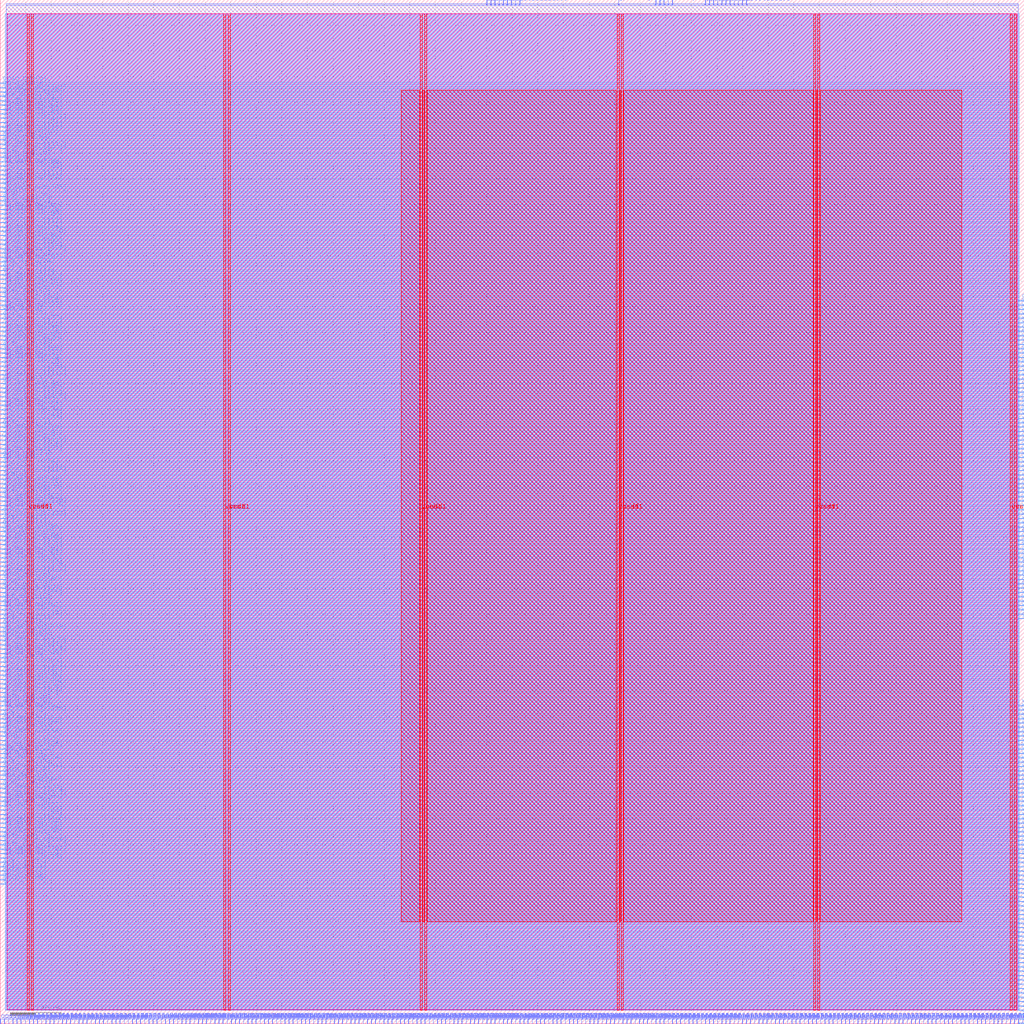
<source format=lef>
VERSION 5.7 ;
  NOWIREEXTENSIONATPIN ON ;
  DIVIDERCHAR "/" ;
  BUSBITCHARS "[]" ;
MACRO team_09_Wrapper
  CLASS BLOCK ;
  FOREIGN team_09_Wrapper ;
  ORIGIN 0.000 0.000 ;
  SIZE 800.000 BY 800.000 ;
  PIN gpio_in[0]
    DIRECTION INPUT ;
    USE SIGNAL ;
    PORT
      LAYER met2 ;
        RECT 0.090 0.000 0.370 4.000 ;
    END
  END gpio_in[0]
  PIN gpio_in[10]
    DIRECTION INPUT ;
    USE SIGNAL ;
    PORT
      LAYER met2 ;
        RECT 3.310 0.000 3.590 4.000 ;
    END
  END gpio_in[10]
  PIN gpio_in[11]
    DIRECTION INPUT ;
    USE SIGNAL ;
    PORT
      LAYER met2 ;
        RECT 6.530 0.000 6.810 4.000 ;
    END
  END gpio_in[11]
  PIN gpio_in[12]
    DIRECTION INPUT ;
    USE SIGNAL ;
    PORT
      LAYER met2 ;
        RECT 9.750 0.000 10.030 4.000 ;
    END
  END gpio_in[12]
  PIN gpio_in[13]
    DIRECTION INPUT ;
    USE SIGNAL ;
    PORT
      LAYER met2 ;
        RECT 12.970 0.000 13.250 4.000 ;
    END
  END gpio_in[13]
  PIN gpio_in[14]
    DIRECTION INPUT ;
    USE SIGNAL ;
    PORT
      LAYER met2 ;
        RECT 16.190 0.000 16.470 4.000 ;
    END
  END gpio_in[14]
  PIN gpio_in[15]
    DIRECTION INPUT ;
    USE SIGNAL ;
    PORT
      LAYER met2 ;
        RECT 19.410 0.000 19.690 4.000 ;
    END
  END gpio_in[15]
  PIN gpio_in[16]
    DIRECTION INPUT ;
    USE SIGNAL ;
    PORT
      LAYER met2 ;
        RECT 22.630 0.000 22.910 4.000 ;
    END
  END gpio_in[16]
  PIN gpio_in[17]
    DIRECTION INPUT ;
    USE SIGNAL ;
    PORT
      LAYER met2 ;
        RECT 25.850 0.000 26.130 4.000 ;
    END
  END gpio_in[17]
  PIN gpio_in[18]
    DIRECTION INPUT ;
    USE SIGNAL ;
    PORT
      LAYER met2 ;
        RECT 29.070 0.000 29.350 4.000 ;
    END
  END gpio_in[18]
  PIN gpio_in[19]
    DIRECTION INPUT ;
    USE SIGNAL ;
    PORT
      LAYER met2 ;
        RECT 32.290 0.000 32.570 4.000 ;
    END
  END gpio_in[19]
  PIN gpio_in[1]
    DIRECTION INPUT ;
    USE SIGNAL ;
    PORT
      LAYER met2 ;
        RECT 35.510 0.000 35.790 4.000 ;
    END
  END gpio_in[1]
  PIN gpio_in[20]
    DIRECTION INPUT ;
    USE SIGNAL ;
    PORT
      LAYER met2 ;
        RECT 38.730 0.000 39.010 4.000 ;
    END
  END gpio_in[20]
  PIN gpio_in[21]
    DIRECTION INPUT ;
    USE SIGNAL ;
    PORT
      LAYER met2 ;
        RECT 41.950 0.000 42.230 4.000 ;
    END
  END gpio_in[21]
  PIN gpio_in[22]
    DIRECTION INPUT ;
    USE SIGNAL ;
    PORT
      LAYER met2 ;
        RECT 45.170 0.000 45.450 4.000 ;
    END
  END gpio_in[22]
  PIN gpio_in[23]
    DIRECTION INPUT ;
    USE SIGNAL ;
    PORT
      LAYER met2 ;
        RECT 48.390 0.000 48.670 4.000 ;
    END
  END gpio_in[23]
  PIN gpio_in[24]
    DIRECTION INPUT ;
    USE SIGNAL ;
    PORT
      LAYER met2 ;
        RECT 51.610 0.000 51.890 4.000 ;
    END
  END gpio_in[24]
  PIN gpio_in[25]
    DIRECTION INPUT ;
    USE SIGNAL ;
    PORT
      LAYER met2 ;
        RECT 54.830 0.000 55.110 4.000 ;
    END
  END gpio_in[25]
  PIN gpio_in[26]
    DIRECTION INPUT ;
    USE SIGNAL ;
    PORT
      LAYER met2 ;
        RECT 58.050 0.000 58.330 4.000 ;
    END
  END gpio_in[26]
  PIN gpio_in[27]
    DIRECTION INPUT ;
    USE SIGNAL ;
    PORT
      LAYER met2 ;
        RECT 61.270 0.000 61.550 4.000 ;
    END
  END gpio_in[27]
  PIN gpio_in[28]
    DIRECTION INPUT ;
    USE SIGNAL ;
    PORT
      LAYER met2 ;
        RECT 64.490 0.000 64.770 4.000 ;
    END
  END gpio_in[28]
  PIN gpio_in[29]
    DIRECTION INPUT ;
    USE SIGNAL ;
    ANTENNAGATEAREA 0.593700 ;
    ANTENNADIFFAREA 0.434700 ;
    PORT
      LAYER met3 ;
        RECT 0.000 108.840 4.000 109.440 ;
    END
  END gpio_in[29]
  PIN gpio_in[2]
    DIRECTION INPUT ;
    USE SIGNAL ;
    PORT
      LAYER met2 ;
        RECT 67.710 0.000 67.990 4.000 ;
    END
  END gpio_in[2]
  PIN gpio_in[30]
    DIRECTION INPUT ;
    USE SIGNAL ;
    ANTENNAGATEAREA 0.647700 ;
    ANTENNADIFFAREA 0.434700 ;
    PORT
      LAYER met3 ;
        RECT 0.000 122.440 4.000 123.040 ;
    END
  END gpio_in[30]
  PIN gpio_in[31]
    DIRECTION INPUT ;
    USE SIGNAL ;
    ANTENNAGATEAREA 0.593700 ;
    ANTENNADIFFAREA 0.434700 ;
    PORT
      LAYER met3 ;
        RECT 0.000 119.040 4.000 119.640 ;
    END
  END gpio_in[31]
  PIN gpio_in[32]
    DIRECTION INPUT ;
    USE SIGNAL ;
    ANTENNAGATEAREA 0.647700 ;
    ANTENNADIFFAREA 0.434700 ;
    PORT
      LAYER met3 ;
        RECT 0.000 112.240 4.000 112.840 ;
    END
  END gpio_in[32]
  PIN gpio_in[33]
    DIRECTION INPUT ;
    USE SIGNAL ;
    ANTENNAGATEAREA 0.631200 ;
    ANTENNADIFFAREA 0.434700 ;
    PORT
      LAYER met3 ;
        RECT 0.000 115.640 4.000 116.240 ;
    END
  END gpio_in[33]
  PIN gpio_in[34]
    DIRECTION INPUT ;
    USE SIGNAL ;
    ANTENNAGATEAREA 0.631200 ;
    ANTENNADIFFAREA 0.434700 ;
    PORT
      LAYER met3 ;
        RECT 796.000 316.240 800.000 316.840 ;
    END
  END gpio_in[34]
  PIN gpio_in[35]
    DIRECTION INPUT ;
    USE SIGNAL ;
    ANTENNAGATEAREA 0.560700 ;
    ANTENNADIFFAREA 0.434700 ;
    PORT
      LAYER met2 ;
        RECT 483.090 796.000 483.370 800.000 ;
    END
  END gpio_in[35]
  PIN gpio_in[36]
    DIRECTION INPUT ;
    USE SIGNAL ;
    PORT
      LAYER met2 ;
        RECT 70.930 0.000 71.210 4.000 ;
    END
  END gpio_in[36]
  PIN gpio_in[37]
    DIRECTION INPUT ;
    USE SIGNAL ;
    PORT
      LAYER met2 ;
        RECT 74.150 0.000 74.430 4.000 ;
    END
  END gpio_in[37]
  PIN gpio_in[3]
    DIRECTION INPUT ;
    USE SIGNAL ;
    PORT
      LAYER met2 ;
        RECT 77.370 0.000 77.650 4.000 ;
    END
  END gpio_in[3]
  PIN gpio_in[4]
    DIRECTION INPUT ;
    USE SIGNAL ;
    PORT
      LAYER met2 ;
        RECT 80.590 0.000 80.870 4.000 ;
    END
  END gpio_in[4]
  PIN gpio_in[5]
    DIRECTION INPUT ;
    USE SIGNAL ;
    PORT
      LAYER met2 ;
        RECT 83.810 0.000 84.090 4.000 ;
    END
  END gpio_in[5]
  PIN gpio_in[6]
    DIRECTION INPUT ;
    USE SIGNAL ;
    PORT
      LAYER met2 ;
        RECT 87.030 0.000 87.310 4.000 ;
    END
  END gpio_in[6]
  PIN gpio_in[7]
    DIRECTION INPUT ;
    USE SIGNAL ;
    PORT
      LAYER met2 ;
        RECT 90.250 0.000 90.530 4.000 ;
    END
  END gpio_in[7]
  PIN gpio_in[8]
    DIRECTION INPUT ;
    USE SIGNAL ;
    PORT
      LAYER met2 ;
        RECT 93.470 0.000 93.750 4.000 ;
    END
  END gpio_in[8]
  PIN gpio_in[9]
    DIRECTION INPUT ;
    USE SIGNAL ;
    PORT
      LAYER met2 ;
        RECT 96.690 0.000 96.970 4.000 ;
    END
  END gpio_in[9]
  PIN gpio_oeb[0]
    DIRECTION OUTPUT ;
    USE SIGNAL ;
    ANTENNADIFFAREA 0.445500 ;
    PORT
      LAYER met3 ;
        RECT 0.000 734.440 4.000 735.040 ;
    END
  END gpio_oeb[0]
  PIN gpio_oeb[10]
    DIRECTION OUTPUT ;
    USE SIGNAL ;
    ANTENNADIFFAREA 0.445500 ;
    PORT
      LAYER met3 ;
        RECT 0.000 248.240 4.000 248.840 ;
    END
  END gpio_oeb[10]
  PIN gpio_oeb[11]
    DIRECTION OUTPUT ;
    USE SIGNAL ;
    ANTENNADIFFAREA 0.445500 ;
    PORT
      LAYER met3 ;
        RECT 0.000 387.640 4.000 388.240 ;
    END
  END gpio_oeb[11]
  PIN gpio_oeb[12]
    DIRECTION OUTPUT ;
    USE SIGNAL ;
    ANTENNADIFFAREA 0.445500 ;
    PORT
      LAYER met3 ;
        RECT 0.000 438.640 4.000 439.240 ;
    END
  END gpio_oeb[12]
  PIN gpio_oeb[13]
    DIRECTION OUTPUT ;
    USE SIGNAL ;
    ANTENNADIFFAREA 0.445500 ;
    PORT
      LAYER met3 ;
        RECT 0.000 598.440 4.000 599.040 ;
    END
  END gpio_oeb[13]
  PIN gpio_oeb[14]
    DIRECTION OUTPUT ;
    USE SIGNAL ;
    ANTENNADIFFAREA 0.445500 ;
    PORT
      LAYER met3 ;
        RECT 0.000 527.040 4.000 527.640 ;
    END
  END gpio_oeb[14]
  PIN gpio_oeb[15]
    DIRECTION OUTPUT ;
    USE SIGNAL ;
    ANTENNADIFFAREA 0.445500 ;
    PORT
      LAYER met3 ;
        RECT 0.000 200.640 4.000 201.240 ;
    END
  END gpio_oeb[15]
  PIN gpio_oeb[16]
    DIRECTION OUTPUT ;
    USE SIGNAL ;
    ANTENNADIFFAREA 0.445500 ;
    PORT
      LAYER met3 ;
        RECT 0.000 411.440 4.000 412.040 ;
    END
  END gpio_oeb[16]
  PIN gpio_oeb[17]
    DIRECTION OUTPUT ;
    USE SIGNAL ;
    ANTENNADIFFAREA 0.445500 ;
    PORT
      LAYER met3 ;
        RECT 0.000 397.840 4.000 398.440 ;
    END
  END gpio_oeb[17]
  PIN gpio_oeb[18]
    DIRECTION OUTPUT ;
    USE SIGNAL ;
    ANTENNADIFFAREA 0.445500 ;
    PORT
      LAYER met3 ;
        RECT 0.000 567.840 4.000 568.440 ;
    END
  END gpio_oeb[18]
  PIN gpio_oeb[19]
    DIRECTION OUTPUT ;
    USE SIGNAL ;
    ANTENNADIFFAREA 0.445500 ;
    PORT
      LAYER met3 ;
        RECT 0.000 340.040 4.000 340.640 ;
    END
  END gpio_oeb[19]
  PIN gpio_oeb[1]
    DIRECTION OUTPUT ;
    USE SIGNAL ;
    ANTENNADIFFAREA 0.445500 ;
    PORT
      LAYER met2 ;
        RECT 550.710 796.000 550.990 800.000 ;
    END
  END gpio_oeb[1]
  PIN gpio_oeb[20]
    DIRECTION OUTPUT ;
    USE SIGNAL ;
    ANTENNADIFFAREA 0.445500 ;
    PORT
      LAYER met3 ;
        RECT 0.000 639.240 4.000 639.840 ;
    END
  END gpio_oeb[20]
  PIN gpio_oeb[21]
    DIRECTION OUTPUT ;
    USE SIGNAL ;
    ANTENNADIFFAREA 0.445500 ;
    PORT
      LAYER met3 ;
        RECT 0.000 731.040 4.000 731.640 ;
    END
  END gpio_oeb[21]
  PIN gpio_oeb[22]
    DIRECTION OUTPUT ;
    USE SIGNAL ;
    ANTENNADIFFAREA 0.445500 ;
    PORT
      LAYER met3 ;
        RECT 0.000 142.840 4.000 143.440 ;
    END
  END gpio_oeb[22]
  PIN gpio_oeb[23]
    DIRECTION OUTPUT ;
    USE SIGNAL ;
    ANTENNADIFFAREA 0.445500 ;
    PORT
      LAYER met3 ;
        RECT 0.000 442.040 4.000 442.640 ;
    END
  END gpio_oeb[23]
  PIN gpio_oeb[24]
    DIRECTION OUTPUT ;
    USE SIGNAL ;
    ANTENNADIFFAREA 0.445500 ;
    PORT
      LAYER met3 ;
        RECT 0.000 302.640 4.000 303.240 ;
    END
  END gpio_oeb[24]
  PIN gpio_oeb[25]
    DIRECTION OUTPUT ;
    USE SIGNAL ;
    ANTENNADIFFAREA 0.445500 ;
    PORT
      LAYER met3 ;
        RECT 0.000 193.840 4.000 194.440 ;
    END
  END gpio_oeb[25]
  PIN gpio_oeb[26]
    DIRECTION OUTPUT ;
    USE SIGNAL ;
    ANTENNADIFFAREA 0.445500 ;
    PORT
      LAYER met3 ;
        RECT 0.000 676.640 4.000 677.240 ;
    END
  END gpio_oeb[26]
  PIN gpio_oeb[27]
    DIRECTION OUTPUT ;
    USE SIGNAL ;
    ANTENNADIFFAREA 0.445500 ;
    PORT
      LAYER met3 ;
        RECT 0.000 690.240 4.000 690.840 ;
    END
  END gpio_oeb[27]
  PIN gpio_oeb[28]
    DIRECTION OUTPUT ;
    USE SIGNAL ;
    ANTENNADIFFAREA 0.445500 ;
    PORT
      LAYER met3 ;
        RECT 0.000 170.040 4.000 170.640 ;
    END
  END gpio_oeb[28]
  PIN gpio_oeb[29]
    DIRECTION OUTPUT ;
    USE SIGNAL ;
    ANTENNADIFFAREA 0.445500 ;
    PORT
      LAYER met2 ;
        RECT 566.810 796.000 567.090 800.000 ;
    END
  END gpio_oeb[29]
  PIN gpio_oeb[2]
    DIRECTION OUTPUT ;
    USE SIGNAL ;
    ANTENNADIFFAREA 0.445500 ;
    PORT
      LAYER met2 ;
        RECT 553.930 796.000 554.210 800.000 ;
    END
  END gpio_oeb[2]
  PIN gpio_oeb[30]
    DIRECTION OUTPUT ;
    USE SIGNAL ;
    ANTENNADIFFAREA 0.445500 ;
    PORT
      LAYER met2 ;
        RECT 557.150 796.000 557.430 800.000 ;
    END
  END gpio_oeb[30]
  PIN gpio_oeb[31]
    DIRECTION OUTPUT ;
    USE SIGNAL ;
    ANTENNADIFFAREA 0.445500 ;
    PORT
      LAYER met2 ;
        RECT 576.470 796.000 576.750 800.000 ;
    END
  END gpio_oeb[31]
  PIN gpio_oeb[32]
    DIRECTION OUTPUT ;
    USE SIGNAL ;
    ANTENNADIFFAREA 0.445500 ;
    PORT
      LAYER met2 ;
        RECT 563.590 796.000 563.870 800.000 ;
    END
  END gpio_oeb[32]
  PIN gpio_oeb[33]
    DIRECTION OUTPUT ;
    USE SIGNAL ;
    ANTENNADIFFAREA 0.445500 ;
    PORT
      LAYER met2 ;
        RECT 570.030 796.000 570.310 800.000 ;
    END
  END gpio_oeb[33]
  PIN gpio_oeb[34]
    DIRECTION OUTPUT ;
    USE SIGNAL ;
    ANTENNADIFFAREA 0.445500 ;
    PORT
      LAYER met2 ;
        RECT 573.250 796.000 573.530 800.000 ;
    END
  END gpio_oeb[34]
  PIN gpio_oeb[35]
    DIRECTION OUTPUT ;
    USE SIGNAL ;
    ANTENNADIFFAREA 0.445500 ;
    PORT
      LAYER met2 ;
        RECT 579.690 796.000 579.970 800.000 ;
    END
  END gpio_oeb[35]
  PIN gpio_oeb[36]
    DIRECTION OUTPUT ;
    USE SIGNAL ;
    ANTENNADIFFAREA 0.445500 ;
    PORT
      LAYER met3 ;
        RECT 0.000 251.640 4.000 252.240 ;
    END
  END gpio_oeb[36]
  PIN gpio_oeb[37]
    DIRECTION OUTPUT ;
    USE SIGNAL ;
    ANTENNADIFFAREA 0.445500 ;
    PORT
      LAYER met3 ;
        RECT 0.000 299.240 4.000 299.840 ;
    END
  END gpio_oeb[37]
  PIN gpio_oeb[3]
    DIRECTION OUTPUT ;
    USE SIGNAL ;
    ANTENNADIFFAREA 0.445500 ;
    PORT
      LAYER met2 ;
        RECT 560.370 796.000 560.650 800.000 ;
    END
  END gpio_oeb[3]
  PIN gpio_oeb[4]
    DIRECTION OUTPUT ;
    USE SIGNAL ;
    ANTENNADIFFAREA 0.445500 ;
    PORT
      LAYER met2 ;
        RECT 582.910 796.000 583.190 800.000 ;
    END
  END gpio_oeb[4]
  PIN gpio_oeb[5]
    DIRECTION OUTPUT ;
    USE SIGNAL ;
    ANTENNADIFFAREA 0.445500 ;
    PORT
      LAYER met3 ;
        RECT 0.000 309.440 4.000 310.040 ;
    END
  END gpio_oeb[5]
  PIN gpio_oeb[6]
    DIRECTION OUTPUT ;
    USE SIGNAL ;
    ANTENNADIFFAREA 0.445500 ;
    PORT
      LAYER met3 ;
        RECT 0.000 588.240 4.000 588.840 ;
    END
  END gpio_oeb[6]
  PIN gpio_oeb[7]
    DIRECTION OUTPUT ;
    USE SIGNAL ;
    ANTENNADIFFAREA 0.445500 ;
    PORT
      LAYER met3 ;
        RECT 0.000 499.840 4.000 500.440 ;
    END
  END gpio_oeb[7]
  PIN gpio_oeb[8]
    DIRECTION OUTPUT ;
    USE SIGNAL ;
    ANTENNADIFFAREA 0.445500 ;
    PORT
      LAYER met3 ;
        RECT 0.000 391.040 4.000 391.640 ;
    END
  END gpio_oeb[8]
  PIN gpio_oeb[9]
    DIRECTION OUTPUT ;
    USE SIGNAL ;
    ANTENNADIFFAREA 0.445500 ;
    PORT
      LAYER met3 ;
        RECT 0.000 550.840 4.000 551.440 ;
    END
  END gpio_oeb[9]
  PIN gpio_out[0]
    DIRECTION OUTPUT ;
    USE SIGNAL ;
    ANTENNADIFFAREA 0.445500 ;
    PORT
      LAYER met3 ;
        RECT 796.000 343.440 800.000 344.040 ;
    END
  END gpio_out[0]
  PIN gpio_out[10]
    DIRECTION OUTPUT ;
    USE SIGNAL ;
    ANTENNADIFFAREA 0.445500 ;
    PORT
      LAYER met3 ;
        RECT 796.000 363.840 800.000 364.440 ;
    END
  END gpio_out[10]
  PIN gpio_out[11]
    DIRECTION OUTPUT ;
    USE SIGNAL ;
    ANTENNADIFFAREA 0.445500 ;
    PORT
      LAYER met3 ;
        RECT 796.000 360.440 800.000 361.040 ;
    END
  END gpio_out[11]
  PIN gpio_out[12]
    DIRECTION OUTPUT ;
    USE SIGNAL ;
    ANTENNADIFFAREA 0.445500 ;
    PORT
      LAYER met3 ;
        RECT 796.000 374.040 800.000 374.640 ;
    END
  END gpio_out[12]
  PIN gpio_out[13]
    DIRECTION OUTPUT ;
    USE SIGNAL ;
    ANTENNADIFFAREA 0.445500 ;
    PORT
      LAYER met3 ;
        RECT 796.000 384.240 800.000 384.840 ;
    END
  END gpio_out[13]
  PIN gpio_out[14]
    DIRECTION OUTPUT ;
    USE SIGNAL ;
    ANTENNADIFFAREA 0.445500 ;
    PORT
      LAYER met3 ;
        RECT 796.000 564.440 800.000 565.040 ;
    END
  END gpio_out[14]
  PIN gpio_out[15]
    DIRECTION OUTPUT ;
    USE SIGNAL ;
    ANTENNADIFFAREA 0.445500 ;
    PORT
      LAYER met3 ;
        RECT 796.000 540.640 800.000 541.240 ;
    END
  END gpio_out[15]
  PIN gpio_out[16]
    DIRECTION OUTPUT ;
    USE SIGNAL ;
    ANTENNADIFFAREA 0.445500 ;
    PORT
      LAYER met3 ;
        RECT 796.000 486.240 800.000 486.840 ;
    END
  END gpio_out[16]
  PIN gpio_out[17]
    DIRECTION OUTPUT ;
    USE SIGNAL ;
    ANTENNADIFFAREA 0.445500 ;
    PORT
      LAYER met3 ;
        RECT 796.000 527.040 800.000 527.640 ;
    END
  END gpio_out[17]
  PIN gpio_out[18]
    DIRECTION OUTPUT ;
    USE SIGNAL ;
    ANTENNADIFFAREA 0.445500 ;
    PORT
      LAYER met3 ;
        RECT 796.000 479.440 800.000 480.040 ;
    END
  END gpio_out[18]
  PIN gpio_out[19]
    DIRECTION OUTPUT ;
    USE SIGNAL ;
    ANTENNADIFFAREA 0.445500 ;
    PORT
      LAYER met3 ;
        RECT 796.000 516.840 800.000 517.440 ;
    END
  END gpio_out[19]
  PIN gpio_out[1]
    DIRECTION OUTPUT ;
    USE SIGNAL ;
    ANTENNADIFFAREA 0.445500 ;
    PORT
      LAYER met3 ;
        RECT 0.000 673.240 4.000 673.840 ;
    END
  END gpio_out[1]
  PIN gpio_out[20]
    DIRECTION OUTPUT ;
    USE SIGNAL ;
    ANTENNADIFFAREA 0.445500 ;
    PORT
      LAYER met2 ;
        RECT 405.810 796.000 406.090 800.000 ;
    END
  END gpio_out[20]
  PIN gpio_out[21]
    DIRECTION OUTPUT ;
    USE SIGNAL ;
    ANTENNADIFFAREA 0.445500 ;
    PORT
      LAYER met2 ;
        RECT 389.710 796.000 389.990 800.000 ;
    END
  END gpio_out[21]
  PIN gpio_out[22]
    DIRECTION OUTPUT ;
    USE SIGNAL ;
    ANTENNADIFFAREA 0.445500 ;
    PORT
      LAYER met2 ;
        RECT 396.150 796.000 396.430 800.000 ;
    END
  END gpio_out[22]
  PIN gpio_out[23]
    DIRECTION OUTPUT ;
    USE SIGNAL ;
    ANTENNADIFFAREA 0.445500 ;
    PORT
      LAYER met2 ;
        RECT 402.590 796.000 402.870 800.000 ;
    END
  END gpio_out[23]
  PIN gpio_out[24]
    DIRECTION OUTPUT ;
    USE SIGNAL ;
    ANTENNADIFFAREA 0.445500 ;
    PORT
      LAYER met2 ;
        RECT 386.490 796.000 386.770 800.000 ;
    END
  END gpio_out[24]
  PIN gpio_out[25]
    DIRECTION OUTPUT ;
    USE SIGNAL ;
    ANTENNADIFFAREA 0.445500 ;
    PORT
      LAYER met2 ;
        RECT 392.930 796.000 393.210 800.000 ;
    END
  END gpio_out[25]
  PIN gpio_out[26]
    DIRECTION OUTPUT ;
    USE SIGNAL ;
    ANTENNADIFFAREA 0.445500 ;
    PORT
      LAYER met2 ;
        RECT 399.370 796.000 399.650 800.000 ;
    END
  END gpio_out[26]
  PIN gpio_out[27]
    DIRECTION OUTPUT ;
    USE SIGNAL ;
    ANTENNADIFFAREA 0.445500 ;
    PORT
      LAYER met2 ;
        RECT 380.050 796.000 380.330 800.000 ;
    END
  END gpio_out[27]
  PIN gpio_out[28]
    DIRECTION OUTPUT ;
    USE SIGNAL ;
    ANTENNADIFFAREA 0.445500 ;
    PORT
      LAYER met2 ;
        RECT 383.270 796.000 383.550 800.000 ;
    END
  END gpio_out[28]
  PIN gpio_out[29]
    DIRECTION OUTPUT ;
    USE SIGNAL ;
    ANTENNADIFFAREA 0.445500 ;
    PORT
      LAYER met3 ;
        RECT 0.000 183.640 4.000 184.240 ;
    END
  END gpio_out[29]
  PIN gpio_out[2]
    DIRECTION OUTPUT ;
    USE SIGNAL ;
    ANTENNADIFFAREA 0.445500 ;
    PORT
      LAYER met3 ;
        RECT 0.000 238.040 4.000 238.640 ;
    END
  END gpio_out[2]
  PIN gpio_out[30]
    DIRECTION OUTPUT ;
    USE SIGNAL ;
    ANTENNADIFFAREA 0.445500 ;
    PORT
      LAYER met3 ;
        RECT 0.000 136.040 4.000 136.640 ;
    END
  END gpio_out[30]
  PIN gpio_out[31]
    DIRECTION OUTPUT ;
    USE SIGNAL ;
    ANTENNADIFFAREA 0.445500 ;
    PORT
      LAYER met3 ;
        RECT 0.000 312.840 4.000 313.440 ;
    END
  END gpio_out[31]
  PIN gpio_out[32]
    DIRECTION OUTPUT ;
    USE SIGNAL ;
    ANTENNADIFFAREA 0.445500 ;
    PORT
      LAYER met3 ;
        RECT 0.000 326.440 4.000 327.040 ;
    END
  END gpio_out[32]
  PIN gpio_out[33]
    DIRECTION OUTPUT ;
    USE SIGNAL ;
    ANTENNADIFFAREA 0.445500 ;
    PORT
      LAYER met3 ;
        RECT 0.000 686.840 4.000 687.440 ;
    END
  END gpio_out[33]
  PIN gpio_out[34]
    DIRECTION OUTPUT ;
    USE SIGNAL ;
    ANTENNADIFFAREA 0.445500 ;
    PORT
      LAYER met3 ;
        RECT 0.000 465.840 4.000 466.440 ;
    END
  END gpio_out[34]
  PIN gpio_out[35]
    DIRECTION OUTPUT ;
    USE SIGNAL ;
    ANTENNADIFFAREA 0.445500 ;
    PORT
      LAYER met3 ;
        RECT 0.000 346.840 4.000 347.440 ;
    END
  END gpio_out[35]
  PIN gpio_out[36]
    DIRECTION OUTPUT ;
    USE SIGNAL ;
    ANTENNADIFFAREA 0.445500 ;
    PORT
      LAYER met3 ;
        RECT 0.000 642.640 4.000 643.240 ;
    END
  END gpio_out[36]
  PIN gpio_out[37]
    DIRECTION OUTPUT ;
    USE SIGNAL ;
    ANTENNADIFFAREA 0.445500 ;
    PORT
      LAYER met3 ;
        RECT 0.000 227.840 4.000 228.440 ;
    END
  END gpio_out[37]
  PIN gpio_out[3]
    DIRECTION OUTPUT ;
    USE SIGNAL ;
    ANTENNADIFFAREA 0.445500 ;
    PORT
      LAYER met3 ;
        RECT 0.000 282.240 4.000 282.840 ;
    END
  END gpio_out[3]
  PIN gpio_out[4]
    DIRECTION OUTPUT ;
    USE SIGNAL ;
    ANTENNADIFFAREA 0.445500 ;
    PORT
      LAYER met3 ;
        RECT 0.000 207.440 4.000 208.040 ;
    END
  END gpio_out[4]
  PIN gpio_out[5]
    DIRECTION OUTPUT ;
    USE SIGNAL ;
    ANTENNADIFFAREA 0.445500 ;
    PORT
      LAYER met3 ;
        RECT 796.000 357.040 800.000 357.640 ;
    END
  END gpio_out[5]
  PIN gpio_out[6]
    DIRECTION OUTPUT ;
    USE SIGNAL ;
    ANTENNADIFFAREA 0.445500 ;
    PORT
      LAYER met3 ;
        RECT 796.000 346.840 800.000 347.440 ;
    END
  END gpio_out[6]
  PIN gpio_out[7]
    DIRECTION OUTPUT ;
    USE SIGNAL ;
    ANTENNADIFFAREA 0.445500 ;
    PORT
      LAYER met3 ;
        RECT 796.000 350.240 800.000 350.840 ;
    END
  END gpio_out[7]
  PIN gpio_out[8]
    DIRECTION OUTPUT ;
    USE SIGNAL ;
    ANTENNADIFFAREA 0.445500 ;
    PORT
      LAYER met3 ;
        RECT 796.000 367.240 800.000 367.840 ;
    END
  END gpio_out[8]
  PIN gpio_out[9]
    DIRECTION OUTPUT ;
    USE SIGNAL ;
    ANTENNADIFFAREA 0.445500 ;
    PORT
      LAYER met3 ;
        RECT 796.000 353.640 800.000 354.240 ;
    END
  END gpio_out[9]
  PIN irq[0]
    DIRECTION OUTPUT ;
    USE SIGNAL ;
    ANTENNADIFFAREA 0.445500 ;
    PORT
      LAYER met3 ;
        RECT 0.000 425.040 4.000 425.640 ;
    END
  END irq[0]
  PIN irq[1]
    DIRECTION OUTPUT ;
    USE SIGNAL ;
    ANTENNADIFFAREA 0.445500 ;
    PORT
      LAYER met3 ;
        RECT 0.000 221.040 4.000 221.640 ;
    END
  END irq[1]
  PIN irq[2]
    DIRECTION OUTPUT ;
    USE SIGNAL ;
    ANTENNADIFFAREA 0.445500 ;
    PORT
      LAYER met3 ;
        RECT 0.000 646.040 4.000 646.640 ;
    END
  END irq[2]
  PIN la_data_in[0]
    DIRECTION INPUT ;
    USE SIGNAL ;
    PORT
      LAYER met2 ;
        RECT 99.910 0.000 100.190 4.000 ;
    END
  END la_data_in[0]
  PIN la_data_in[100]
    DIRECTION INPUT ;
    USE SIGNAL ;
    PORT
      LAYER met2 ;
        RECT 103.130 0.000 103.410 4.000 ;
    END
  END la_data_in[100]
  PIN la_data_in[101]
    DIRECTION INPUT ;
    USE SIGNAL ;
    PORT
      LAYER met2 ;
        RECT 106.350 0.000 106.630 4.000 ;
    END
  END la_data_in[101]
  PIN la_data_in[102]
    DIRECTION INPUT ;
    USE SIGNAL ;
    PORT
      LAYER met2 ;
        RECT 109.570 0.000 109.850 4.000 ;
    END
  END la_data_in[102]
  PIN la_data_in[103]
    DIRECTION INPUT ;
    USE SIGNAL ;
    PORT
      LAYER met2 ;
        RECT 112.790 0.000 113.070 4.000 ;
    END
  END la_data_in[103]
  PIN la_data_in[104]
    DIRECTION INPUT ;
    USE SIGNAL ;
    PORT
      LAYER met2 ;
        RECT 116.010 0.000 116.290 4.000 ;
    END
  END la_data_in[104]
  PIN la_data_in[105]
    DIRECTION INPUT ;
    USE SIGNAL ;
    PORT
      LAYER met2 ;
        RECT 119.230 0.000 119.510 4.000 ;
    END
  END la_data_in[105]
  PIN la_data_in[106]
    DIRECTION INPUT ;
    USE SIGNAL ;
    PORT
      LAYER met2 ;
        RECT 122.450 0.000 122.730 4.000 ;
    END
  END la_data_in[106]
  PIN la_data_in[107]
    DIRECTION INPUT ;
    USE SIGNAL ;
    PORT
      LAYER met2 ;
        RECT 125.670 0.000 125.950 4.000 ;
    END
  END la_data_in[107]
  PIN la_data_in[108]
    DIRECTION INPUT ;
    USE SIGNAL ;
    PORT
      LAYER met2 ;
        RECT 128.890 0.000 129.170 4.000 ;
    END
  END la_data_in[108]
  PIN la_data_in[109]
    DIRECTION INPUT ;
    USE SIGNAL ;
    PORT
      LAYER met2 ;
        RECT 132.110 0.000 132.390 4.000 ;
    END
  END la_data_in[109]
  PIN la_data_in[10]
    DIRECTION INPUT ;
    USE SIGNAL ;
    PORT
      LAYER met2 ;
        RECT 135.330 0.000 135.610 4.000 ;
    END
  END la_data_in[10]
  PIN la_data_in[110]
    DIRECTION INPUT ;
    USE SIGNAL ;
    PORT
      LAYER met2 ;
        RECT 138.550 0.000 138.830 4.000 ;
    END
  END la_data_in[110]
  PIN la_data_in[111]
    DIRECTION INPUT ;
    USE SIGNAL ;
    PORT
      LAYER met2 ;
        RECT 141.770 0.000 142.050 4.000 ;
    END
  END la_data_in[111]
  PIN la_data_in[112]
    DIRECTION INPUT ;
    USE SIGNAL ;
    PORT
      LAYER met2 ;
        RECT 144.990 0.000 145.270 4.000 ;
    END
  END la_data_in[112]
  PIN la_data_in[113]
    DIRECTION INPUT ;
    USE SIGNAL ;
    PORT
      LAYER met2 ;
        RECT 148.210 0.000 148.490 4.000 ;
    END
  END la_data_in[113]
  PIN la_data_in[114]
    DIRECTION INPUT ;
    USE SIGNAL ;
    PORT
      LAYER met2 ;
        RECT 151.430 0.000 151.710 4.000 ;
    END
  END la_data_in[114]
  PIN la_data_in[115]
    DIRECTION INPUT ;
    USE SIGNAL ;
    PORT
      LAYER met2 ;
        RECT 154.650 0.000 154.930 4.000 ;
    END
  END la_data_in[115]
  PIN la_data_in[116]
    DIRECTION INPUT ;
    USE SIGNAL ;
    PORT
      LAYER met2 ;
        RECT 157.870 0.000 158.150 4.000 ;
    END
  END la_data_in[116]
  PIN la_data_in[117]
    DIRECTION INPUT ;
    USE SIGNAL ;
    PORT
      LAYER met2 ;
        RECT 161.090 0.000 161.370 4.000 ;
    END
  END la_data_in[117]
  PIN la_data_in[118]
    DIRECTION INPUT ;
    USE SIGNAL ;
    PORT
      LAYER met2 ;
        RECT 164.310 0.000 164.590 4.000 ;
    END
  END la_data_in[118]
  PIN la_data_in[119]
    DIRECTION INPUT ;
    USE SIGNAL ;
    PORT
      LAYER met2 ;
        RECT 167.530 0.000 167.810 4.000 ;
    END
  END la_data_in[119]
  PIN la_data_in[11]
    DIRECTION INPUT ;
    USE SIGNAL ;
    PORT
      LAYER met2 ;
        RECT 170.750 0.000 171.030 4.000 ;
    END
  END la_data_in[11]
  PIN la_data_in[120]
    DIRECTION INPUT ;
    USE SIGNAL ;
    PORT
      LAYER met2 ;
        RECT 173.970 0.000 174.250 4.000 ;
    END
  END la_data_in[120]
  PIN la_data_in[121]
    DIRECTION INPUT ;
    USE SIGNAL ;
    PORT
      LAYER met2 ;
        RECT 177.190 0.000 177.470 4.000 ;
    END
  END la_data_in[121]
  PIN la_data_in[122]
    DIRECTION INPUT ;
    USE SIGNAL ;
    PORT
      LAYER met2 ;
        RECT 180.410 0.000 180.690 4.000 ;
    END
  END la_data_in[122]
  PIN la_data_in[123]
    DIRECTION INPUT ;
    USE SIGNAL ;
    PORT
      LAYER met2 ;
        RECT 183.630 0.000 183.910 4.000 ;
    END
  END la_data_in[123]
  PIN la_data_in[124]
    DIRECTION INPUT ;
    USE SIGNAL ;
    PORT
      LAYER met2 ;
        RECT 186.850 0.000 187.130 4.000 ;
    END
  END la_data_in[124]
  PIN la_data_in[125]
    DIRECTION INPUT ;
    USE SIGNAL ;
    PORT
      LAYER met2 ;
        RECT 190.070 0.000 190.350 4.000 ;
    END
  END la_data_in[125]
  PIN la_data_in[126]
    DIRECTION INPUT ;
    USE SIGNAL ;
    PORT
      LAYER met2 ;
        RECT 193.290 0.000 193.570 4.000 ;
    END
  END la_data_in[126]
  PIN la_data_in[127]
    DIRECTION INPUT ;
    USE SIGNAL ;
    PORT
      LAYER met2 ;
        RECT 196.510 0.000 196.790 4.000 ;
    END
  END la_data_in[127]
  PIN la_data_in[12]
    DIRECTION INPUT ;
    USE SIGNAL ;
    PORT
      LAYER met2 ;
        RECT 199.730 0.000 200.010 4.000 ;
    END
  END la_data_in[12]
  PIN la_data_in[13]
    DIRECTION INPUT ;
    USE SIGNAL ;
    PORT
      LAYER met2 ;
        RECT 202.950 0.000 203.230 4.000 ;
    END
  END la_data_in[13]
  PIN la_data_in[14]
    DIRECTION INPUT ;
    USE SIGNAL ;
    PORT
      LAYER met2 ;
        RECT 206.170 0.000 206.450 4.000 ;
    END
  END la_data_in[14]
  PIN la_data_in[15]
    DIRECTION INPUT ;
    USE SIGNAL ;
    PORT
      LAYER met2 ;
        RECT 209.390 0.000 209.670 4.000 ;
    END
  END la_data_in[15]
  PIN la_data_in[16]
    DIRECTION INPUT ;
    USE SIGNAL ;
    PORT
      LAYER met2 ;
        RECT 212.610 0.000 212.890 4.000 ;
    END
  END la_data_in[16]
  PIN la_data_in[17]
    DIRECTION INPUT ;
    USE SIGNAL ;
    PORT
      LAYER met2 ;
        RECT 215.830 0.000 216.110 4.000 ;
    END
  END la_data_in[17]
  PIN la_data_in[18]
    DIRECTION INPUT ;
    USE SIGNAL ;
    PORT
      LAYER met2 ;
        RECT 219.050 0.000 219.330 4.000 ;
    END
  END la_data_in[18]
  PIN la_data_in[19]
    DIRECTION INPUT ;
    USE SIGNAL ;
    PORT
      LAYER met2 ;
        RECT 222.270 0.000 222.550 4.000 ;
    END
  END la_data_in[19]
  PIN la_data_in[1]
    DIRECTION INPUT ;
    USE SIGNAL ;
    PORT
      LAYER met2 ;
        RECT 225.490 0.000 225.770 4.000 ;
    END
  END la_data_in[1]
  PIN la_data_in[20]
    DIRECTION INPUT ;
    USE SIGNAL ;
    PORT
      LAYER met2 ;
        RECT 228.710 0.000 228.990 4.000 ;
    END
  END la_data_in[20]
  PIN la_data_in[21]
    DIRECTION INPUT ;
    USE SIGNAL ;
    PORT
      LAYER met2 ;
        RECT 231.930 0.000 232.210 4.000 ;
    END
  END la_data_in[21]
  PIN la_data_in[22]
    DIRECTION INPUT ;
    USE SIGNAL ;
    PORT
      LAYER met2 ;
        RECT 235.150 0.000 235.430 4.000 ;
    END
  END la_data_in[22]
  PIN la_data_in[23]
    DIRECTION INPUT ;
    USE SIGNAL ;
    PORT
      LAYER met2 ;
        RECT 238.370 0.000 238.650 4.000 ;
    END
  END la_data_in[23]
  PIN la_data_in[24]
    DIRECTION INPUT ;
    USE SIGNAL ;
    PORT
      LAYER met2 ;
        RECT 241.590 0.000 241.870 4.000 ;
    END
  END la_data_in[24]
  PIN la_data_in[25]
    DIRECTION INPUT ;
    USE SIGNAL ;
    PORT
      LAYER met2 ;
        RECT 244.810 0.000 245.090 4.000 ;
    END
  END la_data_in[25]
  PIN la_data_in[26]
    DIRECTION INPUT ;
    USE SIGNAL ;
    PORT
      LAYER met2 ;
        RECT 248.030 0.000 248.310 4.000 ;
    END
  END la_data_in[26]
  PIN la_data_in[27]
    DIRECTION INPUT ;
    USE SIGNAL ;
    PORT
      LAYER met2 ;
        RECT 251.250 0.000 251.530 4.000 ;
    END
  END la_data_in[27]
  PIN la_data_in[28]
    DIRECTION INPUT ;
    USE SIGNAL ;
    PORT
      LAYER met2 ;
        RECT 254.470 0.000 254.750 4.000 ;
    END
  END la_data_in[28]
  PIN la_data_in[29]
    DIRECTION INPUT ;
    USE SIGNAL ;
    PORT
      LAYER met2 ;
        RECT 257.690 0.000 257.970 4.000 ;
    END
  END la_data_in[29]
  PIN la_data_in[2]
    DIRECTION INPUT ;
    USE SIGNAL ;
    PORT
      LAYER met2 ;
        RECT 260.910 0.000 261.190 4.000 ;
    END
  END la_data_in[2]
  PIN la_data_in[30]
    DIRECTION INPUT ;
    USE SIGNAL ;
    PORT
      LAYER met2 ;
        RECT 264.130 0.000 264.410 4.000 ;
    END
  END la_data_in[30]
  PIN la_data_in[31]
    DIRECTION INPUT ;
    USE SIGNAL ;
    PORT
      LAYER met2 ;
        RECT 267.350 0.000 267.630 4.000 ;
    END
  END la_data_in[31]
  PIN la_data_in[32]
    DIRECTION INPUT ;
    USE SIGNAL ;
    PORT
      LAYER met2 ;
        RECT 270.570 0.000 270.850 4.000 ;
    END
  END la_data_in[32]
  PIN la_data_in[33]
    DIRECTION INPUT ;
    USE SIGNAL ;
    PORT
      LAYER met2 ;
        RECT 273.790 0.000 274.070 4.000 ;
    END
  END la_data_in[33]
  PIN la_data_in[34]
    DIRECTION INPUT ;
    USE SIGNAL ;
    PORT
      LAYER met2 ;
        RECT 277.010 0.000 277.290 4.000 ;
    END
  END la_data_in[34]
  PIN la_data_in[35]
    DIRECTION INPUT ;
    USE SIGNAL ;
    PORT
      LAYER met2 ;
        RECT 280.230 0.000 280.510 4.000 ;
    END
  END la_data_in[35]
  PIN la_data_in[36]
    DIRECTION INPUT ;
    USE SIGNAL ;
    PORT
      LAYER met2 ;
        RECT 283.450 0.000 283.730 4.000 ;
    END
  END la_data_in[36]
  PIN la_data_in[37]
    DIRECTION INPUT ;
    USE SIGNAL ;
    PORT
      LAYER met2 ;
        RECT 286.670 0.000 286.950 4.000 ;
    END
  END la_data_in[37]
  PIN la_data_in[38]
    DIRECTION INPUT ;
    USE SIGNAL ;
    PORT
      LAYER met2 ;
        RECT 289.890 0.000 290.170 4.000 ;
    END
  END la_data_in[38]
  PIN la_data_in[39]
    DIRECTION INPUT ;
    USE SIGNAL ;
    PORT
      LAYER met2 ;
        RECT 293.110 0.000 293.390 4.000 ;
    END
  END la_data_in[39]
  PIN la_data_in[3]
    DIRECTION INPUT ;
    USE SIGNAL ;
    PORT
      LAYER met2 ;
        RECT 296.330 0.000 296.610 4.000 ;
    END
  END la_data_in[3]
  PIN la_data_in[40]
    DIRECTION INPUT ;
    USE SIGNAL ;
    PORT
      LAYER met2 ;
        RECT 299.550 0.000 299.830 4.000 ;
    END
  END la_data_in[40]
  PIN la_data_in[41]
    DIRECTION INPUT ;
    USE SIGNAL ;
    PORT
      LAYER met2 ;
        RECT 302.770 0.000 303.050 4.000 ;
    END
  END la_data_in[41]
  PIN la_data_in[42]
    DIRECTION INPUT ;
    USE SIGNAL ;
    PORT
      LAYER met2 ;
        RECT 305.990 0.000 306.270 4.000 ;
    END
  END la_data_in[42]
  PIN la_data_in[43]
    DIRECTION INPUT ;
    USE SIGNAL ;
    PORT
      LAYER met2 ;
        RECT 309.210 0.000 309.490 4.000 ;
    END
  END la_data_in[43]
  PIN la_data_in[44]
    DIRECTION INPUT ;
    USE SIGNAL ;
    PORT
      LAYER met2 ;
        RECT 312.430 0.000 312.710 4.000 ;
    END
  END la_data_in[44]
  PIN la_data_in[45]
    DIRECTION INPUT ;
    USE SIGNAL ;
    PORT
      LAYER met2 ;
        RECT 315.650 0.000 315.930 4.000 ;
    END
  END la_data_in[45]
  PIN la_data_in[46]
    DIRECTION INPUT ;
    USE SIGNAL ;
    PORT
      LAYER met2 ;
        RECT 318.870 0.000 319.150 4.000 ;
    END
  END la_data_in[46]
  PIN la_data_in[47]
    DIRECTION INPUT ;
    USE SIGNAL ;
    PORT
      LAYER met2 ;
        RECT 322.090 0.000 322.370 4.000 ;
    END
  END la_data_in[47]
  PIN la_data_in[48]
    DIRECTION INPUT ;
    USE SIGNAL ;
    PORT
      LAYER met2 ;
        RECT 325.310 0.000 325.590 4.000 ;
    END
  END la_data_in[48]
  PIN la_data_in[49]
    DIRECTION INPUT ;
    USE SIGNAL ;
    PORT
      LAYER met2 ;
        RECT 328.530 0.000 328.810 4.000 ;
    END
  END la_data_in[49]
  PIN la_data_in[4]
    DIRECTION INPUT ;
    USE SIGNAL ;
    PORT
      LAYER met2 ;
        RECT 331.750 0.000 332.030 4.000 ;
    END
  END la_data_in[4]
  PIN la_data_in[50]
    DIRECTION INPUT ;
    USE SIGNAL ;
    PORT
      LAYER met2 ;
        RECT 334.970 0.000 335.250 4.000 ;
    END
  END la_data_in[50]
  PIN la_data_in[51]
    DIRECTION INPUT ;
    USE SIGNAL ;
    PORT
      LAYER met2 ;
        RECT 338.190 0.000 338.470 4.000 ;
    END
  END la_data_in[51]
  PIN la_data_in[52]
    DIRECTION INPUT ;
    USE SIGNAL ;
    PORT
      LAYER met2 ;
        RECT 341.410 0.000 341.690 4.000 ;
    END
  END la_data_in[52]
  PIN la_data_in[53]
    DIRECTION INPUT ;
    USE SIGNAL ;
    PORT
      LAYER met2 ;
        RECT 344.630 0.000 344.910 4.000 ;
    END
  END la_data_in[53]
  PIN la_data_in[54]
    DIRECTION INPUT ;
    USE SIGNAL ;
    PORT
      LAYER met2 ;
        RECT 347.850 0.000 348.130 4.000 ;
    END
  END la_data_in[54]
  PIN la_data_in[55]
    DIRECTION INPUT ;
    USE SIGNAL ;
    PORT
      LAYER met2 ;
        RECT 351.070 0.000 351.350 4.000 ;
    END
  END la_data_in[55]
  PIN la_data_in[56]
    DIRECTION INPUT ;
    USE SIGNAL ;
    PORT
      LAYER met2 ;
        RECT 354.290 0.000 354.570 4.000 ;
    END
  END la_data_in[56]
  PIN la_data_in[57]
    DIRECTION INPUT ;
    USE SIGNAL ;
    PORT
      LAYER met2 ;
        RECT 357.510 0.000 357.790 4.000 ;
    END
  END la_data_in[57]
  PIN la_data_in[58]
    DIRECTION INPUT ;
    USE SIGNAL ;
    PORT
      LAYER met2 ;
        RECT 360.730 0.000 361.010 4.000 ;
    END
  END la_data_in[58]
  PIN la_data_in[59]
    DIRECTION INPUT ;
    USE SIGNAL ;
    PORT
      LAYER met2 ;
        RECT 363.950 0.000 364.230 4.000 ;
    END
  END la_data_in[59]
  PIN la_data_in[5]
    DIRECTION INPUT ;
    USE SIGNAL ;
    PORT
      LAYER met2 ;
        RECT 367.170 0.000 367.450 4.000 ;
    END
  END la_data_in[5]
  PIN la_data_in[60]
    DIRECTION INPUT ;
    USE SIGNAL ;
    PORT
      LAYER met2 ;
        RECT 370.390 0.000 370.670 4.000 ;
    END
  END la_data_in[60]
  PIN la_data_in[61]
    DIRECTION INPUT ;
    USE SIGNAL ;
    PORT
      LAYER met2 ;
        RECT 373.610 0.000 373.890 4.000 ;
    END
  END la_data_in[61]
  PIN la_data_in[62]
    DIRECTION INPUT ;
    USE SIGNAL ;
    PORT
      LAYER met2 ;
        RECT 376.830 0.000 377.110 4.000 ;
    END
  END la_data_in[62]
  PIN la_data_in[63]
    DIRECTION INPUT ;
    USE SIGNAL ;
    PORT
      LAYER met2 ;
        RECT 380.050 0.000 380.330 4.000 ;
    END
  END la_data_in[63]
  PIN la_data_in[64]
    DIRECTION INPUT ;
    USE SIGNAL ;
    PORT
      LAYER met2 ;
        RECT 383.270 0.000 383.550 4.000 ;
    END
  END la_data_in[64]
  PIN la_data_in[65]
    DIRECTION INPUT ;
    USE SIGNAL ;
    PORT
      LAYER met2 ;
        RECT 386.490 0.000 386.770 4.000 ;
    END
  END la_data_in[65]
  PIN la_data_in[66]
    DIRECTION INPUT ;
    USE SIGNAL ;
    PORT
      LAYER met2 ;
        RECT 389.710 0.000 389.990 4.000 ;
    END
  END la_data_in[66]
  PIN la_data_in[67]
    DIRECTION INPUT ;
    USE SIGNAL ;
    PORT
      LAYER met2 ;
        RECT 392.930 0.000 393.210 4.000 ;
    END
  END la_data_in[67]
  PIN la_data_in[68]
    DIRECTION INPUT ;
    USE SIGNAL ;
    PORT
      LAYER met2 ;
        RECT 396.150 0.000 396.430 4.000 ;
    END
  END la_data_in[68]
  PIN la_data_in[69]
    DIRECTION INPUT ;
    USE SIGNAL ;
    PORT
      LAYER met2 ;
        RECT 399.370 0.000 399.650 4.000 ;
    END
  END la_data_in[69]
  PIN la_data_in[6]
    DIRECTION INPUT ;
    USE SIGNAL ;
    PORT
      LAYER met2 ;
        RECT 402.590 0.000 402.870 4.000 ;
    END
  END la_data_in[6]
  PIN la_data_in[70]
    DIRECTION INPUT ;
    USE SIGNAL ;
    PORT
      LAYER met2 ;
        RECT 405.810 0.000 406.090 4.000 ;
    END
  END la_data_in[70]
  PIN la_data_in[71]
    DIRECTION INPUT ;
    USE SIGNAL ;
    PORT
      LAYER met2 ;
        RECT 409.030 0.000 409.310 4.000 ;
    END
  END la_data_in[71]
  PIN la_data_in[72]
    DIRECTION INPUT ;
    USE SIGNAL ;
    PORT
      LAYER met2 ;
        RECT 412.250 0.000 412.530 4.000 ;
    END
  END la_data_in[72]
  PIN la_data_in[73]
    DIRECTION INPUT ;
    USE SIGNAL ;
    PORT
      LAYER met2 ;
        RECT 415.470 0.000 415.750 4.000 ;
    END
  END la_data_in[73]
  PIN la_data_in[74]
    DIRECTION INPUT ;
    USE SIGNAL ;
    PORT
      LAYER met2 ;
        RECT 418.690 0.000 418.970 4.000 ;
    END
  END la_data_in[74]
  PIN la_data_in[75]
    DIRECTION INPUT ;
    USE SIGNAL ;
    PORT
      LAYER met2 ;
        RECT 421.910 0.000 422.190 4.000 ;
    END
  END la_data_in[75]
  PIN la_data_in[76]
    DIRECTION INPUT ;
    USE SIGNAL ;
    PORT
      LAYER met2 ;
        RECT 425.130 0.000 425.410 4.000 ;
    END
  END la_data_in[76]
  PIN la_data_in[77]
    DIRECTION INPUT ;
    USE SIGNAL ;
    PORT
      LAYER met2 ;
        RECT 428.350 0.000 428.630 4.000 ;
    END
  END la_data_in[77]
  PIN la_data_in[78]
    DIRECTION INPUT ;
    USE SIGNAL ;
    PORT
      LAYER met2 ;
        RECT 431.570 0.000 431.850 4.000 ;
    END
  END la_data_in[78]
  PIN la_data_in[79]
    DIRECTION INPUT ;
    USE SIGNAL ;
    PORT
      LAYER met2 ;
        RECT 434.790 0.000 435.070 4.000 ;
    END
  END la_data_in[79]
  PIN la_data_in[7]
    DIRECTION INPUT ;
    USE SIGNAL ;
    PORT
      LAYER met2 ;
        RECT 438.010 0.000 438.290 4.000 ;
    END
  END la_data_in[7]
  PIN la_data_in[80]
    DIRECTION INPUT ;
    USE SIGNAL ;
    PORT
      LAYER met2 ;
        RECT 441.230 0.000 441.510 4.000 ;
    END
  END la_data_in[80]
  PIN la_data_in[81]
    DIRECTION INPUT ;
    USE SIGNAL ;
    PORT
      LAYER met2 ;
        RECT 444.450 0.000 444.730 4.000 ;
    END
  END la_data_in[81]
  PIN la_data_in[82]
    DIRECTION INPUT ;
    USE SIGNAL ;
    PORT
      LAYER met2 ;
        RECT 447.670 0.000 447.950 4.000 ;
    END
  END la_data_in[82]
  PIN la_data_in[83]
    DIRECTION INPUT ;
    USE SIGNAL ;
    PORT
      LAYER met2 ;
        RECT 450.890 0.000 451.170 4.000 ;
    END
  END la_data_in[83]
  PIN la_data_in[84]
    DIRECTION INPUT ;
    USE SIGNAL ;
    PORT
      LAYER met2 ;
        RECT 454.110 0.000 454.390 4.000 ;
    END
  END la_data_in[84]
  PIN la_data_in[85]
    DIRECTION INPUT ;
    USE SIGNAL ;
    PORT
      LAYER met2 ;
        RECT 457.330 0.000 457.610 4.000 ;
    END
  END la_data_in[85]
  PIN la_data_in[86]
    DIRECTION INPUT ;
    USE SIGNAL ;
    PORT
      LAYER met2 ;
        RECT 460.550 0.000 460.830 4.000 ;
    END
  END la_data_in[86]
  PIN la_data_in[87]
    DIRECTION INPUT ;
    USE SIGNAL ;
    PORT
      LAYER met2 ;
        RECT 463.770 0.000 464.050 4.000 ;
    END
  END la_data_in[87]
  PIN la_data_in[88]
    DIRECTION INPUT ;
    USE SIGNAL ;
    PORT
      LAYER met2 ;
        RECT 466.990 0.000 467.270 4.000 ;
    END
  END la_data_in[88]
  PIN la_data_in[89]
    DIRECTION INPUT ;
    USE SIGNAL ;
    PORT
      LAYER met2 ;
        RECT 470.210 0.000 470.490 4.000 ;
    END
  END la_data_in[89]
  PIN la_data_in[8]
    DIRECTION INPUT ;
    USE SIGNAL ;
    PORT
      LAYER met2 ;
        RECT 473.430 0.000 473.710 4.000 ;
    END
  END la_data_in[8]
  PIN la_data_in[90]
    DIRECTION INPUT ;
    USE SIGNAL ;
    PORT
      LAYER met2 ;
        RECT 476.650 0.000 476.930 4.000 ;
    END
  END la_data_in[90]
  PIN la_data_in[91]
    DIRECTION INPUT ;
    USE SIGNAL ;
    PORT
      LAYER met2 ;
        RECT 479.870 0.000 480.150 4.000 ;
    END
  END la_data_in[91]
  PIN la_data_in[92]
    DIRECTION INPUT ;
    USE SIGNAL ;
    PORT
      LAYER met2 ;
        RECT 483.090 0.000 483.370 4.000 ;
    END
  END la_data_in[92]
  PIN la_data_in[93]
    DIRECTION INPUT ;
    USE SIGNAL ;
    PORT
      LAYER met2 ;
        RECT 486.310 0.000 486.590 4.000 ;
    END
  END la_data_in[93]
  PIN la_data_in[94]
    DIRECTION INPUT ;
    USE SIGNAL ;
    PORT
      LAYER met2 ;
        RECT 489.530 0.000 489.810 4.000 ;
    END
  END la_data_in[94]
  PIN la_data_in[95]
    DIRECTION INPUT ;
    USE SIGNAL ;
    PORT
      LAYER met2 ;
        RECT 492.750 0.000 493.030 4.000 ;
    END
  END la_data_in[95]
  PIN la_data_in[96]
    DIRECTION INPUT ;
    USE SIGNAL ;
    PORT
      LAYER met2 ;
        RECT 495.970 0.000 496.250 4.000 ;
    END
  END la_data_in[96]
  PIN la_data_in[97]
    DIRECTION INPUT ;
    USE SIGNAL ;
    PORT
      LAYER met2 ;
        RECT 499.190 0.000 499.470 4.000 ;
    END
  END la_data_in[97]
  PIN la_data_in[98]
    DIRECTION INPUT ;
    USE SIGNAL ;
    PORT
      LAYER met2 ;
        RECT 502.410 0.000 502.690 4.000 ;
    END
  END la_data_in[98]
  PIN la_data_in[99]
    DIRECTION INPUT ;
    USE SIGNAL ;
    PORT
      LAYER met2 ;
        RECT 505.630 0.000 505.910 4.000 ;
    END
  END la_data_in[99]
  PIN la_data_in[9]
    DIRECTION INPUT ;
    USE SIGNAL ;
    PORT
      LAYER met2 ;
        RECT 508.850 0.000 509.130 4.000 ;
    END
  END la_data_in[9]
  PIN la_data_out[0]
    DIRECTION OUTPUT ;
    USE SIGNAL ;
    ANTENNADIFFAREA 0.445500 ;
    PORT
      LAYER met3 ;
        RECT 0.000 255.040 4.000 255.640 ;
    END
  END la_data_out[0]
  PIN la_data_out[100]
    DIRECTION OUTPUT ;
    USE SIGNAL ;
    ANTENNADIFFAREA 0.445500 ;
    PORT
      LAYER met3 ;
        RECT 0.000 394.440 4.000 395.040 ;
    END
  END la_data_out[100]
  PIN la_data_out[101]
    DIRECTION OUTPUT ;
    USE SIGNAL ;
    ANTENNADIFFAREA 0.445500 ;
    PORT
      LAYER met3 ;
        RECT 0.000 132.640 4.000 133.240 ;
    END
  END la_data_out[101]
  PIN la_data_out[102]
    DIRECTION OUTPUT ;
    USE SIGNAL ;
    ANTENNADIFFAREA 0.445500 ;
    PORT
      LAYER met3 ;
        RECT 0.000 350.240 4.000 350.840 ;
    END
  END la_data_out[102]
  PIN la_data_out[103]
    DIRECTION OUTPUT ;
    USE SIGNAL ;
    ANTENNADIFFAREA 0.445500 ;
    PORT
      LAYER met3 ;
        RECT 0.000 353.640 4.000 354.240 ;
    END
  END la_data_out[103]
  PIN la_data_out[104]
    DIRECTION OUTPUT ;
    USE SIGNAL ;
    ANTENNADIFFAREA 0.445500 ;
    PORT
      LAYER met3 ;
        RECT 0.000 275.440 4.000 276.040 ;
    END
  END la_data_out[104]
  PIN la_data_out[105]
    DIRECTION OUTPUT ;
    USE SIGNAL ;
    ANTENNADIFFAREA 0.445500 ;
    PORT
      LAYER met3 ;
        RECT 0.000 649.440 4.000 650.040 ;
    END
  END la_data_out[105]
  PIN la_data_out[106]
    DIRECTION OUTPUT ;
    USE SIGNAL ;
    ANTENNADIFFAREA 0.445500 ;
    PORT
      LAYER met3 ;
        RECT 0.000 486.240 4.000 486.840 ;
    END
  END la_data_out[106]
  PIN la_data_out[107]
    DIRECTION OUTPUT ;
    USE SIGNAL ;
    ANTENNADIFFAREA 0.445500 ;
    PORT
      LAYER met3 ;
        RECT 0.000 176.840 4.000 177.440 ;
    END
  END la_data_out[107]
  PIN la_data_out[108]
    DIRECTION OUTPUT ;
    USE SIGNAL ;
    ANTENNADIFFAREA 0.445500 ;
    PORT
      LAYER met3 ;
        RECT 0.000 156.440 4.000 157.040 ;
    END
  END la_data_out[108]
  PIN la_data_out[109]
    DIRECTION OUTPUT ;
    USE SIGNAL ;
    ANTENNADIFFAREA 0.445500 ;
    PORT
      LAYER met3 ;
        RECT 0.000 241.440 4.000 242.040 ;
    END
  END la_data_out[109]
  PIN la_data_out[10]
    DIRECTION OUTPUT ;
    USE SIGNAL ;
    ANTENNADIFFAREA 0.445500 ;
    PORT
      LAYER met3 ;
        RECT 0.000 489.640 4.000 490.240 ;
    END
  END la_data_out[10]
  PIN la_data_out[110]
    DIRECTION OUTPUT ;
    USE SIGNAL ;
    ANTENNADIFFAREA 0.445500 ;
    PORT
      LAYER met3 ;
        RECT 0.000 428.440 4.000 429.040 ;
    END
  END la_data_out[110]
  PIN la_data_out[111]
    DIRECTION OUTPUT ;
    USE SIGNAL ;
    ANTENNADIFFAREA 0.445500 ;
    PORT
      LAYER met3 ;
        RECT 0.000 319.640 4.000 320.240 ;
    END
  END la_data_out[111]
  PIN la_data_out[112]
    DIRECTION OUTPUT ;
    USE SIGNAL ;
    ANTENNADIFFAREA 0.445500 ;
    PORT
      LAYER met3 ;
        RECT 0.000 503.240 4.000 503.840 ;
    END
  END la_data_out[112]
  PIN la_data_out[113]
    DIRECTION OUTPUT ;
    USE SIGNAL ;
    ANTENNADIFFAREA 0.445500 ;
    PORT
      LAYER met3 ;
        RECT 0.000 683.440 4.000 684.040 ;
    END
  END la_data_out[113]
  PIN la_data_out[114]
    DIRECTION OUTPUT ;
    USE SIGNAL ;
    ANTENNADIFFAREA 0.445500 ;
    PORT
      LAYER met3 ;
        RECT 0.000 139.440 4.000 140.040 ;
    END
  END la_data_out[114]
  PIN la_data_out[115]
    DIRECTION OUTPUT ;
    USE SIGNAL ;
    ANTENNADIFFAREA 0.445500 ;
    PORT
      LAYER met3 ;
        RECT 0.000 452.240 4.000 452.840 ;
    END
  END la_data_out[115]
  PIN la_data_out[116]
    DIRECTION OUTPUT ;
    USE SIGNAL ;
    ANTENNADIFFAREA 0.445500 ;
    PORT
      LAYER met3 ;
        RECT 0.000 404.640 4.000 405.240 ;
    END
  END la_data_out[116]
  PIN la_data_out[117]
    DIRECTION OUTPUT ;
    USE SIGNAL ;
    ANTENNADIFFAREA 0.445500 ;
    PORT
      LAYER met3 ;
        RECT 0.000 703.840 4.000 704.440 ;
    END
  END la_data_out[117]
  PIN la_data_out[118]
    DIRECTION OUTPUT ;
    USE SIGNAL ;
    ANTENNADIFFAREA 0.445500 ;
    PORT
      LAYER met3 ;
        RECT 0.000 615.440 4.000 616.040 ;
    END
  END la_data_out[118]
  PIN la_data_out[119]
    DIRECTION OUTPUT ;
    USE SIGNAL ;
    ANTENNADIFFAREA 0.445500 ;
    PORT
      LAYER met3 ;
        RECT 0.000 306.040 4.000 306.640 ;
    END
  END la_data_out[119]
  PIN la_data_out[11]
    DIRECTION OUTPUT ;
    USE SIGNAL ;
    ANTENNADIFFAREA 0.445500 ;
    PORT
      LAYER met3 ;
        RECT 0.000 431.840 4.000 432.440 ;
    END
  END la_data_out[11]
  PIN la_data_out[120]
    DIRECTION OUTPUT ;
    USE SIGNAL ;
    ANTENNADIFFAREA 0.445500 ;
    PORT
      LAYER met3 ;
        RECT 0.000 295.840 4.000 296.440 ;
    END
  END la_data_out[120]
  PIN la_data_out[121]
    DIRECTION OUTPUT ;
    USE SIGNAL ;
    ANTENNADIFFAREA 0.445500 ;
    PORT
      LAYER met3 ;
        RECT 0.000 537.240 4.000 537.840 ;
    END
  END la_data_out[121]
  PIN la_data_out[122]
    DIRECTION OUTPUT ;
    USE SIGNAL ;
    ANTENNADIFFAREA 0.445500 ;
    PORT
      LAYER met3 ;
        RECT 0.000 601.840 4.000 602.440 ;
    END
  END la_data_out[122]
  PIN la_data_out[123]
    DIRECTION OUTPUT ;
    USE SIGNAL ;
    ANTENNADIFFAREA 0.445500 ;
    PORT
      LAYER met3 ;
        RECT 0.000 506.640 4.000 507.240 ;
    END
  END la_data_out[123]
  PIN la_data_out[124]
    DIRECTION OUTPUT ;
    USE SIGNAL ;
    ANTENNADIFFAREA 0.445500 ;
    PORT
      LAYER met3 ;
        RECT 0.000 289.040 4.000 289.640 ;
    END
  END la_data_out[124]
  PIN la_data_out[125]
    DIRECTION OUTPUT ;
    USE SIGNAL ;
    ANTENNADIFFAREA 0.445500 ;
    PORT
      LAYER met3 ;
        RECT 0.000 261.840 4.000 262.440 ;
    END
  END la_data_out[125]
  PIN la_data_out[126]
    DIRECTION OUTPUT ;
    USE SIGNAL ;
    ANTENNADIFFAREA 0.445500 ;
    PORT
      LAYER met3 ;
        RECT 0.000 401.240 4.000 401.840 ;
    END
  END la_data_out[126]
  PIN la_data_out[127]
    DIRECTION OUTPUT ;
    USE SIGNAL ;
    ANTENNADIFFAREA 0.445500 ;
    PORT
      LAYER met3 ;
        RECT 0.000 727.640 4.000 728.240 ;
    END
  END la_data_out[127]
  PIN la_data_out[12]
    DIRECTION OUTPUT ;
    USE SIGNAL ;
    ANTENNADIFFAREA 0.445500 ;
    PORT
      LAYER met3 ;
        RECT 0.000 697.040 4.000 697.640 ;
    END
  END la_data_out[12]
  PIN la_data_out[13]
    DIRECTION OUTPUT ;
    USE SIGNAL ;
    ANTENNADIFFAREA 0.445500 ;
    PORT
      LAYER met3 ;
        RECT 0.000 472.640 4.000 473.240 ;
    END
  END la_data_out[13]
  PIN la_data_out[14]
    DIRECTION OUTPUT ;
    USE SIGNAL ;
    ANTENNADIFFAREA 0.445500 ;
    PORT
      LAYER met3 ;
        RECT 0.000 204.040 4.000 204.640 ;
    END
  END la_data_out[14]
  PIN la_data_out[15]
    DIRECTION OUTPUT ;
    USE SIGNAL ;
    ANTENNADIFFAREA 0.445500 ;
    PORT
      LAYER met3 ;
        RECT 0.000 418.240 4.000 418.840 ;
    END
  END la_data_out[15]
  PIN la_data_out[16]
    DIRECTION OUTPUT ;
    USE SIGNAL ;
    ANTENNADIFFAREA 0.445500 ;
    PORT
      LAYER met3 ;
        RECT 0.000 632.440 4.000 633.040 ;
    END
  END la_data_out[16]
  PIN la_data_out[17]
    DIRECTION OUTPUT ;
    USE SIGNAL ;
    ANTENNADIFFAREA 0.445500 ;
    PORT
      LAYER met3 ;
        RECT 0.000 571.240 4.000 571.840 ;
    END
  END la_data_out[17]
  PIN la_data_out[18]
    DIRECTION OUTPUT ;
    USE SIGNAL ;
    ANTENNADIFFAREA 0.445500 ;
    PORT
      LAYER met3 ;
        RECT 0.000 357.040 4.000 357.640 ;
    END
  END la_data_out[18]
  PIN la_data_out[19]
    DIRECTION OUTPUT ;
    USE SIGNAL ;
    ANTENNADIFFAREA 0.445500 ;
    PORT
      LAYER met3 ;
        RECT 0.000 316.240 4.000 316.840 ;
    END
  END la_data_out[19]
  PIN la_data_out[1]
    DIRECTION OUTPUT ;
    USE SIGNAL ;
    ANTENNADIFFAREA 0.445500 ;
    PORT
      LAYER met3 ;
        RECT 0.000 520.240 4.000 520.840 ;
    END
  END la_data_out[1]
  PIN la_data_out[20]
    DIRECTION OUTPUT ;
    USE SIGNAL ;
    ANTENNADIFFAREA 0.445500 ;
    PORT
      LAYER met3 ;
        RECT 0.000 149.640 4.000 150.240 ;
    END
  END la_data_out[20]
  PIN la_data_out[21]
    DIRECTION OUTPUT ;
    USE SIGNAL ;
    ANTENNADIFFAREA 0.445500 ;
    PORT
      LAYER met3 ;
        RECT 0.000 574.640 4.000 575.240 ;
    END
  END la_data_out[21]
  PIN la_data_out[22]
    DIRECTION OUTPUT ;
    USE SIGNAL ;
    ANTENNADIFFAREA 0.445500 ;
    PORT
      LAYER met3 ;
        RECT 0.000 557.640 4.000 558.240 ;
    END
  END la_data_out[22]
  PIN la_data_out[23]
    DIRECTION OUTPUT ;
    USE SIGNAL ;
    ANTENNADIFFAREA 0.445500 ;
    PORT
      LAYER met3 ;
        RECT 0.000 278.840 4.000 279.440 ;
    END
  END la_data_out[23]
  PIN la_data_out[24]
    DIRECTION OUTPUT ;
    USE SIGNAL ;
    ANTENNADIFFAREA 0.445500 ;
    PORT
      LAYER met3 ;
        RECT 0.000 129.240 4.000 129.840 ;
    END
  END la_data_out[24]
  PIN la_data_out[25]
    DIRECTION OUTPUT ;
    USE SIGNAL ;
    ANTENNADIFFAREA 0.445500 ;
    PORT
      LAYER met3 ;
        RECT 0.000 258.440 4.000 259.040 ;
    END
  END la_data_out[25]
  PIN la_data_out[26]
    DIRECTION OUTPUT ;
    USE SIGNAL ;
    ANTENNADIFFAREA 0.445500 ;
    PORT
      LAYER met3 ;
        RECT 0.000 561.040 4.000 561.640 ;
    END
  END la_data_out[26]
  PIN la_data_out[27]
    DIRECTION OUTPUT ;
    USE SIGNAL ;
    ANTENNADIFFAREA 0.445500 ;
    PORT
      LAYER met3 ;
        RECT 0.000 166.640 4.000 167.240 ;
    END
  END la_data_out[27]
  PIN la_data_out[28]
    DIRECTION OUTPUT ;
    USE SIGNAL ;
    ANTENNADIFFAREA 0.445500 ;
    PORT
      LAYER met3 ;
        RECT 0.000 180.240 4.000 180.840 ;
    END
  END la_data_out[28]
  PIN la_data_out[29]
    DIRECTION OUTPUT ;
    USE SIGNAL ;
    ANTENNADIFFAREA 0.445500 ;
    PORT
      LAYER met3 ;
        RECT 0.000 578.040 4.000 578.640 ;
    END
  END la_data_out[29]
  PIN la_data_out[2]
    DIRECTION OUTPUT ;
    USE SIGNAL ;
    ANTENNADIFFAREA 0.445500 ;
    PORT
      LAYER met3 ;
        RECT 0.000 564.440 4.000 565.040 ;
    END
  END la_data_out[2]
  PIN la_data_out[30]
    DIRECTION OUTPUT ;
    USE SIGNAL ;
    ANTENNADIFFAREA 0.445500 ;
    PORT
      LAYER met3 ;
        RECT 0.000 234.640 4.000 235.240 ;
    END
  END la_data_out[30]
  PIN la_data_out[31]
    DIRECTION OUTPUT ;
    USE SIGNAL ;
    ANTENNADIFFAREA 0.445500 ;
    PORT
      LAYER met3 ;
        RECT 0.000 459.040 4.000 459.640 ;
    END
  END la_data_out[31]
  PIN la_data_out[32]
    DIRECTION OUTPUT ;
    USE SIGNAL ;
    ANTENNADIFFAREA 0.445500 ;
    PORT
      LAYER met3 ;
        RECT 0.000 547.440 4.000 548.040 ;
    END
  END la_data_out[32]
  PIN la_data_out[33]
    DIRECTION OUTPUT ;
    USE SIGNAL ;
    ANTENNADIFFAREA 0.445500 ;
    PORT
      LAYER met3 ;
        RECT 0.000 163.240 4.000 163.840 ;
    END
  END la_data_out[33]
  PIN la_data_out[34]
    DIRECTION OUTPUT ;
    USE SIGNAL ;
    ANTENNADIFFAREA 0.445500 ;
    PORT
      LAYER met3 ;
        RECT 0.000 476.040 4.000 476.640 ;
    END
  END la_data_out[34]
  PIN la_data_out[35]
    DIRECTION OUTPUT ;
    USE SIGNAL ;
    ANTENNADIFFAREA 0.445500 ;
    PORT
      LAYER met3 ;
        RECT 0.000 656.240 4.000 656.840 ;
    END
  END la_data_out[35]
  PIN la_data_out[36]
    DIRECTION OUTPUT ;
    USE SIGNAL ;
    ANTENNADIFFAREA 0.445500 ;
    PORT
      LAYER met3 ;
        RECT 0.000 214.240 4.000 214.840 ;
    END
  END la_data_out[36]
  PIN la_data_out[37]
    DIRECTION OUTPUT ;
    USE SIGNAL ;
    ANTENNADIFFAREA 0.445500 ;
    PORT
      LAYER met3 ;
        RECT 0.000 360.440 4.000 361.040 ;
    END
  END la_data_out[37]
  PIN la_data_out[38]
    DIRECTION OUTPUT ;
    USE SIGNAL ;
    ANTENNADIFFAREA 0.445500 ;
    PORT
      LAYER met3 ;
        RECT 0.000 146.240 4.000 146.840 ;
    END
  END la_data_out[38]
  PIN la_data_out[39]
    DIRECTION OUTPUT ;
    USE SIGNAL ;
    ANTENNADIFFAREA 0.445500 ;
    PORT
      LAYER met3 ;
        RECT 0.000 510.040 4.000 510.640 ;
    END
  END la_data_out[39]
  PIN la_data_out[3]
    DIRECTION OUTPUT ;
    USE SIGNAL ;
    ANTENNADIFFAREA 0.445500 ;
    PORT
      LAYER met3 ;
        RECT 0.000 482.840 4.000 483.440 ;
    END
  END la_data_out[3]
  PIN la_data_out[40]
    DIRECTION OUTPUT ;
    USE SIGNAL ;
    ANTENNADIFFAREA 0.445500 ;
    PORT
      LAYER met3 ;
        RECT 0.000 605.240 4.000 605.840 ;
    END
  END la_data_out[40]
  PIN la_data_out[41]
    DIRECTION OUTPUT ;
    USE SIGNAL ;
    ANTENNADIFFAREA 0.445500 ;
    PORT
      LAYER met3 ;
        RECT 0.000 659.640 4.000 660.240 ;
    END
  END la_data_out[41]
  PIN la_data_out[42]
    DIRECTION OUTPUT ;
    USE SIGNAL ;
    ANTENNADIFFAREA 0.445500 ;
    PORT
      LAYER met3 ;
        RECT 0.000 421.640 4.000 422.240 ;
    END
  END la_data_out[42]
  PIN la_data_out[43]
    DIRECTION OUTPUT ;
    USE SIGNAL ;
    ANTENNADIFFAREA 0.445500 ;
    PORT
      LAYER met3 ;
        RECT 0.000 496.440 4.000 497.040 ;
    END
  END la_data_out[43]
  PIN la_data_out[44]
    DIRECTION OUTPUT ;
    USE SIGNAL ;
    ANTENNADIFFAREA 0.445500 ;
    PORT
      LAYER met3 ;
        RECT 0.000 292.440 4.000 293.040 ;
    END
  END la_data_out[44]
  PIN la_data_out[45]
    DIRECTION OUTPUT ;
    USE SIGNAL ;
    ANTENNADIFFAREA 0.445500 ;
    PORT
      LAYER met3 ;
        RECT 0.000 540.640 4.000 541.240 ;
    END
  END la_data_out[45]
  PIN la_data_out[46]
    DIRECTION OUTPUT ;
    USE SIGNAL ;
    ANTENNADIFFAREA 0.445500 ;
    PORT
      LAYER met3 ;
        RECT 0.000 268.640 4.000 269.240 ;
    END
  END la_data_out[46]
  PIN la_data_out[47]
    DIRECTION OUTPUT ;
    USE SIGNAL ;
    ANTENNADIFFAREA 0.445500 ;
    PORT
      LAYER met3 ;
        RECT 0.000 622.240 4.000 622.840 ;
    END
  END la_data_out[47]
  PIN la_data_out[48]
    DIRECTION OUTPUT ;
    USE SIGNAL ;
    ANTENNADIFFAREA 0.445500 ;
    PORT
      LAYER met3 ;
        RECT 0.000 724.240 4.000 724.840 ;
    END
  END la_data_out[48]
  PIN la_data_out[49]
    DIRECTION OUTPUT ;
    USE SIGNAL ;
    ANTENNADIFFAREA 0.445500 ;
    PORT
      LAYER met3 ;
        RECT 0.000 285.640 4.000 286.240 ;
    END
  END la_data_out[49]
  PIN la_data_out[4]
    DIRECTION OUTPUT ;
    USE SIGNAL ;
    ANTENNADIFFAREA 0.445500 ;
    PORT
      LAYER met3 ;
        RECT 0.000 435.240 4.000 435.840 ;
    END
  END la_data_out[4]
  PIN la_data_out[50]
    DIRECTION OUTPUT ;
    USE SIGNAL ;
    ANTENNADIFFAREA 0.445500 ;
    PORT
      LAYER met3 ;
        RECT 0.000 173.440 4.000 174.040 ;
    END
  END la_data_out[50]
  PIN la_data_out[51]
    DIRECTION OUTPUT ;
    USE SIGNAL ;
    ANTENNADIFFAREA 0.445500 ;
    PORT
      LAYER met3 ;
        RECT 0.000 445.440 4.000 446.040 ;
    END
  END la_data_out[51]
  PIN la_data_out[52]
    DIRECTION OUTPUT ;
    USE SIGNAL ;
    ANTENNADIFFAREA 0.445500 ;
    PORT
      LAYER met3 ;
        RECT 0.000 244.840 4.000 245.440 ;
    END
  END la_data_out[52]
  PIN la_data_out[53]
    DIRECTION OUTPUT ;
    USE SIGNAL ;
    ANTENNADIFFAREA 0.445500 ;
    PORT
      LAYER met3 ;
        RECT 0.000 707.240 4.000 707.840 ;
    END
  END la_data_out[53]
  PIN la_data_out[54]
    DIRECTION OUTPUT ;
    USE SIGNAL ;
    ANTENNADIFFAREA 0.445500 ;
    PORT
      LAYER met3 ;
        RECT 0.000 197.240 4.000 197.840 ;
    END
  END la_data_out[54]
  PIN la_data_out[55]
    DIRECTION OUTPUT ;
    USE SIGNAL ;
    ANTENNADIFFAREA 0.445500 ;
    PORT
      LAYER met3 ;
        RECT 0.000 608.640 4.000 609.240 ;
    END
  END la_data_out[55]
  PIN la_data_out[56]
    DIRECTION OUTPUT ;
    USE SIGNAL ;
    ANTENNADIFFAREA 0.445500 ;
    PORT
      LAYER met3 ;
        RECT 0.000 224.440 4.000 225.040 ;
    END
  END la_data_out[56]
  PIN la_data_out[57]
    DIRECTION OUTPUT ;
    USE SIGNAL ;
    ANTENNADIFFAREA 0.445500 ;
    PORT
      LAYER met3 ;
        RECT 0.000 479.440 4.000 480.040 ;
    END
  END la_data_out[57]
  PIN la_data_out[58]
    DIRECTION OUTPUT ;
    USE SIGNAL ;
    ANTENNADIFFAREA 0.445500 ;
    PORT
      LAYER met3 ;
        RECT 0.000 231.240 4.000 231.840 ;
    END
  END la_data_out[58]
  PIN la_data_out[59]
    DIRECTION OUTPUT ;
    USE SIGNAL ;
    ANTENNADIFFAREA 0.445500 ;
    PORT
      LAYER met3 ;
        RECT 0.000 159.840 4.000 160.440 ;
    END
  END la_data_out[59]
  PIN la_data_out[5]
    DIRECTION OUTPUT ;
    USE SIGNAL ;
    ANTENNADIFFAREA 0.445500 ;
    PORT
      LAYER met3 ;
        RECT 0.000 693.640 4.000 694.240 ;
    END
  END la_data_out[5]
  PIN la_data_out[60]
    DIRECTION OUTPUT ;
    USE SIGNAL ;
    ANTENNADIFFAREA 0.445500 ;
    PORT
      LAYER met3 ;
        RECT 0.000 635.840 4.000 636.440 ;
    END
  END la_data_out[60]
  PIN la_data_out[61]
    DIRECTION OUTPUT ;
    USE SIGNAL ;
    ANTENNADIFFAREA 0.445500 ;
    PORT
      LAYER met3 ;
        RECT 0.000 323.040 4.000 323.640 ;
    END
  END la_data_out[61]
  PIN la_data_out[62]
    DIRECTION OUTPUT ;
    USE SIGNAL ;
    ANTENNADIFFAREA 0.445500 ;
    PORT
      LAYER met3 ;
        RECT 0.000 187.040 4.000 187.640 ;
    END
  END la_data_out[62]
  PIN la_data_out[63]
    DIRECTION OUTPUT ;
    USE SIGNAL ;
    ANTENNADIFFAREA 0.445500 ;
    PORT
      LAYER met3 ;
        RECT 0.000 710.640 4.000 711.240 ;
    END
  END la_data_out[63]
  PIN la_data_out[64]
    DIRECTION OUTPUT ;
    USE SIGNAL ;
    ANTENNADIFFAREA 0.445500 ;
    PORT
      LAYER met3 ;
        RECT 0.000 618.840 4.000 619.440 ;
    END
  END la_data_out[64]
  PIN la_data_out[65]
    DIRECTION OUTPUT ;
    USE SIGNAL ;
    ANTENNADIFFAREA 0.445500 ;
    PORT
      LAYER met3 ;
        RECT 0.000 333.240 4.000 333.840 ;
    END
  END la_data_out[65]
  PIN la_data_out[66]
    DIRECTION OUTPUT ;
    USE SIGNAL ;
    ANTENNADIFFAREA 0.445500 ;
    PORT
      LAYER met3 ;
        RECT 0.000 523.640 4.000 524.240 ;
    END
  END la_data_out[66]
  PIN la_data_out[67]
    DIRECTION OUTPUT ;
    USE SIGNAL ;
    ANTENNADIFFAREA 0.445500 ;
    PORT
      LAYER met3 ;
        RECT 0.000 363.840 4.000 364.440 ;
    END
  END la_data_out[67]
  PIN la_data_out[68]
    DIRECTION OUTPUT ;
    USE SIGNAL ;
    ANTENNADIFFAREA 0.445500 ;
    PORT
      LAYER met3 ;
        RECT 0.000 153.040 4.000 153.640 ;
    END
  END la_data_out[68]
  PIN la_data_out[69]
    DIRECTION OUTPUT ;
    USE SIGNAL ;
    ANTENNADIFFAREA 0.445500 ;
    PORT
      LAYER met3 ;
        RECT 0.000 530.440 4.000 531.040 ;
    END
  END la_data_out[69]
  PIN la_data_out[6]
    DIRECTION OUTPUT ;
    USE SIGNAL ;
    ANTENNADIFFAREA 0.445500 ;
    PORT
      LAYER met3 ;
        RECT 0.000 367.240 4.000 367.840 ;
    END
  END la_data_out[6]
  PIN la_data_out[70]
    DIRECTION OUTPUT ;
    USE SIGNAL ;
    ANTENNADIFFAREA 0.445500 ;
    PORT
      LAYER met3 ;
        RECT 0.000 513.440 4.000 514.040 ;
    END
  END la_data_out[70]
  PIN la_data_out[71]
    DIRECTION OUTPUT ;
    USE SIGNAL ;
    ANTENNADIFFAREA 0.445500 ;
    PORT
      LAYER met3 ;
        RECT 0.000 370.640 4.000 371.240 ;
    END
  END la_data_out[71]
  PIN la_data_out[72]
    DIRECTION OUTPUT ;
    USE SIGNAL ;
    ANTENNADIFFAREA 0.445500 ;
    PORT
      LAYER met3 ;
        RECT 0.000 663.040 4.000 663.640 ;
    END
  END la_data_out[72]
  PIN la_data_out[73]
    DIRECTION OUTPUT ;
    USE SIGNAL ;
    ANTENNADIFFAREA 0.445500 ;
    PORT
      LAYER met3 ;
        RECT 0.000 581.440 4.000 582.040 ;
    END
  END la_data_out[73]
  PIN la_data_out[74]
    DIRECTION OUTPUT ;
    USE SIGNAL ;
    ANTENNADIFFAREA 0.445500 ;
    PORT
      LAYER met3 ;
        RECT 0.000 516.840 4.000 517.440 ;
    END
  END la_data_out[74]
  PIN la_data_out[75]
    DIRECTION OUTPUT ;
    USE SIGNAL ;
    ANTENNADIFFAREA 0.445500 ;
    PORT
      LAYER met3 ;
        RECT 0.000 265.240 4.000 265.840 ;
    END
  END la_data_out[75]
  PIN la_data_out[76]
    DIRECTION OUTPUT ;
    USE SIGNAL ;
    ANTENNADIFFAREA 0.445500 ;
    PORT
      LAYER met3 ;
        RECT 0.000 374.040 4.000 374.640 ;
    END
  END la_data_out[76]
  PIN la_data_out[77]
    DIRECTION OUTPUT ;
    USE SIGNAL ;
    ANTENNADIFFAREA 0.445500 ;
    PORT
      LAYER met3 ;
        RECT 0.000 544.040 4.000 544.640 ;
    END
  END la_data_out[77]
  PIN la_data_out[78]
    DIRECTION OUTPUT ;
    USE SIGNAL ;
    ANTENNADIFFAREA 0.445500 ;
    PORT
      LAYER met3 ;
        RECT 0.000 125.840 4.000 126.440 ;
    END
  END la_data_out[78]
  PIN la_data_out[79]
    DIRECTION OUTPUT ;
    USE SIGNAL ;
    ANTENNADIFFAREA 0.445500 ;
    PORT
      LAYER met3 ;
        RECT 0.000 462.440 4.000 463.040 ;
    END
  END la_data_out[79]
  PIN la_data_out[7]
    DIRECTION OUTPUT ;
    USE SIGNAL ;
    ANTENNADIFFAREA 0.445500 ;
    PORT
      LAYER met3 ;
        RECT 0.000 625.640 4.000 626.240 ;
    END
  END la_data_out[7]
  PIN la_data_out[80]
    DIRECTION OUTPUT ;
    USE SIGNAL ;
    ANTENNADIFFAREA 0.445500 ;
    PORT
      LAYER met3 ;
        RECT 0.000 666.440 4.000 667.040 ;
    END
  END la_data_out[80]
  PIN la_data_out[81]
    DIRECTION OUTPUT ;
    USE SIGNAL ;
    ANTENNADIFFAREA 0.445500 ;
    PORT
      LAYER met3 ;
        RECT 0.000 700.440 4.000 701.040 ;
    END
  END la_data_out[81]
  PIN la_data_out[82]
    DIRECTION OUTPUT ;
    USE SIGNAL ;
    ANTENNADIFFAREA 0.445500 ;
    PORT
      LAYER met3 ;
        RECT 0.000 493.040 4.000 493.640 ;
    END
  END la_data_out[82]
  PIN la_data_out[83]
    DIRECTION OUTPUT ;
    USE SIGNAL ;
    ANTENNADIFFAREA 0.445500 ;
    PORT
      LAYER met3 ;
        RECT 0.000 680.040 4.000 680.640 ;
    END
  END la_data_out[83]
  PIN la_data_out[84]
    DIRECTION OUTPUT ;
    USE SIGNAL ;
    ANTENNADIFFAREA 0.445500 ;
    PORT
      LAYER met3 ;
        RECT 0.000 377.440 4.000 378.040 ;
    END
  END la_data_out[84]
  PIN la_data_out[85]
    DIRECTION OUTPUT ;
    USE SIGNAL ;
    ANTENNADIFFAREA 0.445500 ;
    PORT
      LAYER met3 ;
        RECT 0.000 612.040 4.000 612.640 ;
    END
  END la_data_out[85]
  PIN la_data_out[86]
    DIRECTION OUTPUT ;
    USE SIGNAL ;
    ANTENNADIFFAREA 0.445500 ;
    PORT
      LAYER met3 ;
        RECT 0.000 469.240 4.000 469.840 ;
    END
  END la_data_out[86]
  PIN la_data_out[87]
    DIRECTION OUTPUT ;
    USE SIGNAL ;
    ANTENNADIFFAREA 0.445500 ;
    PORT
      LAYER met3 ;
        RECT 0.000 595.040 4.000 595.640 ;
    END
  END la_data_out[87]
  PIN la_data_out[88]
    DIRECTION OUTPUT ;
    USE SIGNAL ;
    ANTENNADIFFAREA 0.445500 ;
    PORT
      LAYER met3 ;
        RECT 0.000 669.840 4.000 670.440 ;
    END
  END la_data_out[88]
  PIN la_data_out[89]
    DIRECTION OUTPUT ;
    USE SIGNAL ;
    ANTENNADIFFAREA 0.445500 ;
    PORT
      LAYER met3 ;
        RECT 0.000 343.440 4.000 344.040 ;
    END
  END la_data_out[89]
  PIN la_data_out[8]
    DIRECTION OUTPUT ;
    USE SIGNAL ;
    ANTENNADIFFAREA 0.445500 ;
    PORT
      LAYER met3 ;
        RECT 0.000 714.040 4.000 714.640 ;
    END
  END la_data_out[8]
  PIN la_data_out[90]
    DIRECTION OUTPUT ;
    USE SIGNAL ;
    ANTENNADIFFAREA 0.445500 ;
    PORT
      LAYER met3 ;
        RECT 0.000 629.040 4.000 629.640 ;
    END
  END la_data_out[90]
  PIN la_data_out[91]
    DIRECTION OUTPUT ;
    USE SIGNAL ;
    ANTENNADIFFAREA 0.445500 ;
    PORT
      LAYER met3 ;
        RECT 0.000 455.640 4.000 456.240 ;
    END
  END la_data_out[91]
  PIN la_data_out[92]
    DIRECTION OUTPUT ;
    USE SIGNAL ;
    ANTENNADIFFAREA 0.445500 ;
    PORT
      LAYER met3 ;
        RECT 0.000 533.840 4.000 534.440 ;
    END
  END la_data_out[92]
  PIN la_data_out[93]
    DIRECTION OUTPUT ;
    USE SIGNAL ;
    ANTENNADIFFAREA 0.445500 ;
    PORT
      LAYER met3 ;
        RECT 0.000 408.040 4.000 408.640 ;
    END
  END la_data_out[93]
  PIN la_data_out[94]
    DIRECTION OUTPUT ;
    USE SIGNAL ;
    ANTENNADIFFAREA 0.445500 ;
    PORT
      LAYER met3 ;
        RECT 0.000 448.840 4.000 449.440 ;
    END
  END la_data_out[94]
  PIN la_data_out[95]
    DIRECTION OUTPUT ;
    USE SIGNAL ;
    ANTENNADIFFAREA 0.445500 ;
    PORT
      LAYER met3 ;
        RECT 0.000 384.240 4.000 384.840 ;
    END
  END la_data_out[95]
  PIN la_data_out[96]
    DIRECTION OUTPUT ;
    USE SIGNAL ;
    ANTENNADIFFAREA 0.445500 ;
    PORT
      LAYER met3 ;
        RECT 0.000 717.440 4.000 718.040 ;
    END
  END la_data_out[96]
  PIN la_data_out[97]
    DIRECTION OUTPUT ;
    USE SIGNAL ;
    ANTENNADIFFAREA 0.445500 ;
    PORT
      LAYER met3 ;
        RECT 0.000 336.640 4.000 337.240 ;
    END
  END la_data_out[97]
  PIN la_data_out[98]
    DIRECTION OUTPUT ;
    USE SIGNAL ;
    ANTENNADIFFAREA 0.445500 ;
    PORT
      LAYER met3 ;
        RECT 0.000 272.040 4.000 272.640 ;
    END
  END la_data_out[98]
  PIN la_data_out[99]
    DIRECTION OUTPUT ;
    USE SIGNAL ;
    ANTENNADIFFAREA 0.445500 ;
    PORT
      LAYER met3 ;
        RECT 0.000 414.840 4.000 415.440 ;
    END
  END la_data_out[99]
  PIN la_data_out[9]
    DIRECTION OUTPUT ;
    USE SIGNAL ;
    ANTENNADIFFAREA 0.445500 ;
    PORT
      LAYER met3 ;
        RECT 0.000 217.640 4.000 218.240 ;
    END
  END la_data_out[9]
  PIN la_oenb[0]
    DIRECTION INPUT ;
    USE SIGNAL ;
    PORT
      LAYER met2 ;
        RECT 512.070 0.000 512.350 4.000 ;
    END
  END la_oenb[0]
  PIN la_oenb[100]
    DIRECTION INPUT ;
    USE SIGNAL ;
    PORT
      LAYER met2 ;
        RECT 515.290 0.000 515.570 4.000 ;
    END
  END la_oenb[100]
  PIN la_oenb[101]
    DIRECTION INPUT ;
    USE SIGNAL ;
    PORT
      LAYER met2 ;
        RECT 518.510 0.000 518.790 4.000 ;
    END
  END la_oenb[101]
  PIN la_oenb[102]
    DIRECTION INPUT ;
    USE SIGNAL ;
    PORT
      LAYER met2 ;
        RECT 521.730 0.000 522.010 4.000 ;
    END
  END la_oenb[102]
  PIN la_oenb[103]
    DIRECTION INPUT ;
    USE SIGNAL ;
    PORT
      LAYER met2 ;
        RECT 524.950 0.000 525.230 4.000 ;
    END
  END la_oenb[103]
  PIN la_oenb[104]
    DIRECTION INPUT ;
    USE SIGNAL ;
    PORT
      LAYER met2 ;
        RECT 528.170 0.000 528.450 4.000 ;
    END
  END la_oenb[104]
  PIN la_oenb[105]
    DIRECTION INPUT ;
    USE SIGNAL ;
    PORT
      LAYER met2 ;
        RECT 531.390 0.000 531.670 4.000 ;
    END
  END la_oenb[105]
  PIN la_oenb[106]
    DIRECTION INPUT ;
    USE SIGNAL ;
    PORT
      LAYER met2 ;
        RECT 534.610 0.000 534.890 4.000 ;
    END
  END la_oenb[106]
  PIN la_oenb[107]
    DIRECTION INPUT ;
    USE SIGNAL ;
    PORT
      LAYER met2 ;
        RECT 537.830 0.000 538.110 4.000 ;
    END
  END la_oenb[107]
  PIN la_oenb[108]
    DIRECTION INPUT ;
    USE SIGNAL ;
    PORT
      LAYER met2 ;
        RECT 541.050 0.000 541.330 4.000 ;
    END
  END la_oenb[108]
  PIN la_oenb[109]
    DIRECTION INPUT ;
    USE SIGNAL ;
    PORT
      LAYER met2 ;
        RECT 544.270 0.000 544.550 4.000 ;
    END
  END la_oenb[109]
  PIN la_oenb[10]
    DIRECTION INPUT ;
    USE SIGNAL ;
    PORT
      LAYER met2 ;
        RECT 547.490 0.000 547.770 4.000 ;
    END
  END la_oenb[10]
  PIN la_oenb[110]
    DIRECTION INPUT ;
    USE SIGNAL ;
    PORT
      LAYER met2 ;
        RECT 550.710 0.000 550.990 4.000 ;
    END
  END la_oenb[110]
  PIN la_oenb[111]
    DIRECTION INPUT ;
    USE SIGNAL ;
    PORT
      LAYER met2 ;
        RECT 553.930 0.000 554.210 4.000 ;
    END
  END la_oenb[111]
  PIN la_oenb[112]
    DIRECTION INPUT ;
    USE SIGNAL ;
    PORT
      LAYER met2 ;
        RECT 557.150 0.000 557.430 4.000 ;
    END
  END la_oenb[112]
  PIN la_oenb[113]
    DIRECTION INPUT ;
    USE SIGNAL ;
    PORT
      LAYER met2 ;
        RECT 560.370 0.000 560.650 4.000 ;
    END
  END la_oenb[113]
  PIN la_oenb[114]
    DIRECTION INPUT ;
    USE SIGNAL ;
    PORT
      LAYER met2 ;
        RECT 563.590 0.000 563.870 4.000 ;
    END
  END la_oenb[114]
  PIN la_oenb[115]
    DIRECTION INPUT ;
    USE SIGNAL ;
    PORT
      LAYER met2 ;
        RECT 566.810 0.000 567.090 4.000 ;
    END
  END la_oenb[115]
  PIN la_oenb[116]
    DIRECTION INPUT ;
    USE SIGNAL ;
    PORT
      LAYER met2 ;
        RECT 570.030 0.000 570.310 4.000 ;
    END
  END la_oenb[116]
  PIN la_oenb[117]
    DIRECTION INPUT ;
    USE SIGNAL ;
    PORT
      LAYER met2 ;
        RECT 573.250 0.000 573.530 4.000 ;
    END
  END la_oenb[117]
  PIN la_oenb[118]
    DIRECTION INPUT ;
    USE SIGNAL ;
    PORT
      LAYER met2 ;
        RECT 576.470 0.000 576.750 4.000 ;
    END
  END la_oenb[118]
  PIN la_oenb[119]
    DIRECTION INPUT ;
    USE SIGNAL ;
    PORT
      LAYER met2 ;
        RECT 579.690 0.000 579.970 4.000 ;
    END
  END la_oenb[119]
  PIN la_oenb[11]
    DIRECTION INPUT ;
    USE SIGNAL ;
    PORT
      LAYER met2 ;
        RECT 582.910 0.000 583.190 4.000 ;
    END
  END la_oenb[11]
  PIN la_oenb[120]
    DIRECTION INPUT ;
    USE SIGNAL ;
    PORT
      LAYER met2 ;
        RECT 586.130 0.000 586.410 4.000 ;
    END
  END la_oenb[120]
  PIN la_oenb[121]
    DIRECTION INPUT ;
    USE SIGNAL ;
    PORT
      LAYER met2 ;
        RECT 589.350 0.000 589.630 4.000 ;
    END
  END la_oenb[121]
  PIN la_oenb[122]
    DIRECTION INPUT ;
    USE SIGNAL ;
    PORT
      LAYER met2 ;
        RECT 592.570 0.000 592.850 4.000 ;
    END
  END la_oenb[122]
  PIN la_oenb[123]
    DIRECTION INPUT ;
    USE SIGNAL ;
    PORT
      LAYER met2 ;
        RECT 595.790 0.000 596.070 4.000 ;
    END
  END la_oenb[123]
  PIN la_oenb[124]
    DIRECTION INPUT ;
    USE SIGNAL ;
    PORT
      LAYER met2 ;
        RECT 599.010 0.000 599.290 4.000 ;
    END
  END la_oenb[124]
  PIN la_oenb[125]
    DIRECTION INPUT ;
    USE SIGNAL ;
    PORT
      LAYER met2 ;
        RECT 602.230 0.000 602.510 4.000 ;
    END
  END la_oenb[125]
  PIN la_oenb[126]
    DIRECTION INPUT ;
    USE SIGNAL ;
    PORT
      LAYER met2 ;
        RECT 605.450 0.000 605.730 4.000 ;
    END
  END la_oenb[126]
  PIN la_oenb[127]
    DIRECTION INPUT ;
    USE SIGNAL ;
    PORT
      LAYER met2 ;
        RECT 608.670 0.000 608.950 4.000 ;
    END
  END la_oenb[127]
  PIN la_oenb[12]
    DIRECTION INPUT ;
    USE SIGNAL ;
    PORT
      LAYER met2 ;
        RECT 611.890 0.000 612.170 4.000 ;
    END
  END la_oenb[12]
  PIN la_oenb[13]
    DIRECTION INPUT ;
    USE SIGNAL ;
    PORT
      LAYER met2 ;
        RECT 615.110 0.000 615.390 4.000 ;
    END
  END la_oenb[13]
  PIN la_oenb[14]
    DIRECTION INPUT ;
    USE SIGNAL ;
    PORT
      LAYER met2 ;
        RECT 618.330 0.000 618.610 4.000 ;
    END
  END la_oenb[14]
  PIN la_oenb[15]
    DIRECTION INPUT ;
    USE SIGNAL ;
    PORT
      LAYER met2 ;
        RECT 621.550 0.000 621.830 4.000 ;
    END
  END la_oenb[15]
  PIN la_oenb[16]
    DIRECTION INPUT ;
    USE SIGNAL ;
    PORT
      LAYER met2 ;
        RECT 624.770 0.000 625.050 4.000 ;
    END
  END la_oenb[16]
  PIN la_oenb[17]
    DIRECTION INPUT ;
    USE SIGNAL ;
    PORT
      LAYER met2 ;
        RECT 627.990 0.000 628.270 4.000 ;
    END
  END la_oenb[17]
  PIN la_oenb[18]
    DIRECTION INPUT ;
    USE SIGNAL ;
    PORT
      LAYER met2 ;
        RECT 631.210 0.000 631.490 4.000 ;
    END
  END la_oenb[18]
  PIN la_oenb[19]
    DIRECTION INPUT ;
    USE SIGNAL ;
    PORT
      LAYER met2 ;
        RECT 634.430 0.000 634.710 4.000 ;
    END
  END la_oenb[19]
  PIN la_oenb[1]
    DIRECTION INPUT ;
    USE SIGNAL ;
    PORT
      LAYER met2 ;
        RECT 637.650 0.000 637.930 4.000 ;
    END
  END la_oenb[1]
  PIN la_oenb[20]
    DIRECTION INPUT ;
    USE SIGNAL ;
    PORT
      LAYER met2 ;
        RECT 640.870 0.000 641.150 4.000 ;
    END
  END la_oenb[20]
  PIN la_oenb[21]
    DIRECTION INPUT ;
    USE SIGNAL ;
    PORT
      LAYER met2 ;
        RECT 644.090 0.000 644.370 4.000 ;
    END
  END la_oenb[21]
  PIN la_oenb[22]
    DIRECTION INPUT ;
    USE SIGNAL ;
    PORT
      LAYER met2 ;
        RECT 647.310 0.000 647.590 4.000 ;
    END
  END la_oenb[22]
  PIN la_oenb[23]
    DIRECTION INPUT ;
    USE SIGNAL ;
    PORT
      LAYER met2 ;
        RECT 650.530 0.000 650.810 4.000 ;
    END
  END la_oenb[23]
  PIN la_oenb[24]
    DIRECTION INPUT ;
    USE SIGNAL ;
    PORT
      LAYER met2 ;
        RECT 653.750 0.000 654.030 4.000 ;
    END
  END la_oenb[24]
  PIN la_oenb[25]
    DIRECTION INPUT ;
    USE SIGNAL ;
    PORT
      LAYER met2 ;
        RECT 656.970 0.000 657.250 4.000 ;
    END
  END la_oenb[25]
  PIN la_oenb[26]
    DIRECTION INPUT ;
    USE SIGNAL ;
    PORT
      LAYER met2 ;
        RECT 660.190 0.000 660.470 4.000 ;
    END
  END la_oenb[26]
  PIN la_oenb[27]
    DIRECTION INPUT ;
    USE SIGNAL ;
    PORT
      LAYER met2 ;
        RECT 663.410 0.000 663.690 4.000 ;
    END
  END la_oenb[27]
  PIN la_oenb[28]
    DIRECTION INPUT ;
    USE SIGNAL ;
    PORT
      LAYER met2 ;
        RECT 666.630 0.000 666.910 4.000 ;
    END
  END la_oenb[28]
  PIN la_oenb[29]
    DIRECTION INPUT ;
    USE SIGNAL ;
    PORT
      LAYER met2 ;
        RECT 669.850 0.000 670.130 4.000 ;
    END
  END la_oenb[29]
  PIN la_oenb[2]
    DIRECTION INPUT ;
    USE SIGNAL ;
    PORT
      LAYER met2 ;
        RECT 673.070 0.000 673.350 4.000 ;
    END
  END la_oenb[2]
  PIN la_oenb[30]
    DIRECTION INPUT ;
    USE SIGNAL ;
    PORT
      LAYER met2 ;
        RECT 676.290 0.000 676.570 4.000 ;
    END
  END la_oenb[30]
  PIN la_oenb[31]
    DIRECTION INPUT ;
    USE SIGNAL ;
    PORT
      LAYER met2 ;
        RECT 679.510 0.000 679.790 4.000 ;
    END
  END la_oenb[31]
  PIN la_oenb[32]
    DIRECTION INPUT ;
    USE SIGNAL ;
    PORT
      LAYER met2 ;
        RECT 682.730 0.000 683.010 4.000 ;
    END
  END la_oenb[32]
  PIN la_oenb[33]
    DIRECTION INPUT ;
    USE SIGNAL ;
    PORT
      LAYER met2 ;
        RECT 685.950 0.000 686.230 4.000 ;
    END
  END la_oenb[33]
  PIN la_oenb[34]
    DIRECTION INPUT ;
    USE SIGNAL ;
    PORT
      LAYER met2 ;
        RECT 689.170 0.000 689.450 4.000 ;
    END
  END la_oenb[34]
  PIN la_oenb[35]
    DIRECTION INPUT ;
    USE SIGNAL ;
    PORT
      LAYER met2 ;
        RECT 692.390 0.000 692.670 4.000 ;
    END
  END la_oenb[35]
  PIN la_oenb[36]
    DIRECTION INPUT ;
    USE SIGNAL ;
    PORT
      LAYER met2 ;
        RECT 695.610 0.000 695.890 4.000 ;
    END
  END la_oenb[36]
  PIN la_oenb[37]
    DIRECTION INPUT ;
    USE SIGNAL ;
    PORT
      LAYER met2 ;
        RECT 698.830 0.000 699.110 4.000 ;
    END
  END la_oenb[37]
  PIN la_oenb[38]
    DIRECTION INPUT ;
    USE SIGNAL ;
    PORT
      LAYER met2 ;
        RECT 702.050 0.000 702.330 4.000 ;
    END
  END la_oenb[38]
  PIN la_oenb[39]
    DIRECTION INPUT ;
    USE SIGNAL ;
    PORT
      LAYER met2 ;
        RECT 705.270 0.000 705.550 4.000 ;
    END
  END la_oenb[39]
  PIN la_oenb[3]
    DIRECTION INPUT ;
    USE SIGNAL ;
    PORT
      LAYER met2 ;
        RECT 708.490 0.000 708.770 4.000 ;
    END
  END la_oenb[3]
  PIN la_oenb[40]
    DIRECTION INPUT ;
    USE SIGNAL ;
    PORT
      LAYER met2 ;
        RECT 711.710 0.000 711.990 4.000 ;
    END
  END la_oenb[40]
  PIN la_oenb[41]
    DIRECTION INPUT ;
    USE SIGNAL ;
    PORT
      LAYER met2 ;
        RECT 714.930 0.000 715.210 4.000 ;
    END
  END la_oenb[41]
  PIN la_oenb[42]
    DIRECTION INPUT ;
    USE SIGNAL ;
    PORT
      LAYER met2 ;
        RECT 718.150 0.000 718.430 4.000 ;
    END
  END la_oenb[42]
  PIN la_oenb[43]
    DIRECTION INPUT ;
    USE SIGNAL ;
    PORT
      LAYER met2 ;
        RECT 721.370 0.000 721.650 4.000 ;
    END
  END la_oenb[43]
  PIN la_oenb[44]
    DIRECTION INPUT ;
    USE SIGNAL ;
    PORT
      LAYER met2 ;
        RECT 724.590 0.000 724.870 4.000 ;
    END
  END la_oenb[44]
  PIN la_oenb[45]
    DIRECTION INPUT ;
    USE SIGNAL ;
    PORT
      LAYER met2 ;
        RECT 727.810 0.000 728.090 4.000 ;
    END
  END la_oenb[45]
  PIN la_oenb[46]
    DIRECTION INPUT ;
    USE SIGNAL ;
    PORT
      LAYER met2 ;
        RECT 731.030 0.000 731.310 4.000 ;
    END
  END la_oenb[46]
  PIN la_oenb[47]
    DIRECTION INPUT ;
    USE SIGNAL ;
    PORT
      LAYER met2 ;
        RECT 734.250 0.000 734.530 4.000 ;
    END
  END la_oenb[47]
  PIN la_oenb[48]
    DIRECTION INPUT ;
    USE SIGNAL ;
    PORT
      LAYER met2 ;
        RECT 737.470 0.000 737.750 4.000 ;
    END
  END la_oenb[48]
  PIN la_oenb[49]
    DIRECTION INPUT ;
    USE SIGNAL ;
    PORT
      LAYER met2 ;
        RECT 740.690 0.000 740.970 4.000 ;
    END
  END la_oenb[49]
  PIN la_oenb[4]
    DIRECTION INPUT ;
    USE SIGNAL ;
    PORT
      LAYER met2 ;
        RECT 743.910 0.000 744.190 4.000 ;
    END
  END la_oenb[4]
  PIN la_oenb[50]
    DIRECTION INPUT ;
    USE SIGNAL ;
    PORT
      LAYER met2 ;
        RECT 747.130 0.000 747.410 4.000 ;
    END
  END la_oenb[50]
  PIN la_oenb[51]
    DIRECTION INPUT ;
    USE SIGNAL ;
    PORT
      LAYER met2 ;
        RECT 750.350 0.000 750.630 4.000 ;
    END
  END la_oenb[51]
  PIN la_oenb[52]
    DIRECTION INPUT ;
    USE SIGNAL ;
    PORT
      LAYER met2 ;
        RECT 753.570 0.000 753.850 4.000 ;
    END
  END la_oenb[52]
  PIN la_oenb[53]
    DIRECTION INPUT ;
    USE SIGNAL ;
    PORT
      LAYER met2 ;
        RECT 756.790 0.000 757.070 4.000 ;
    END
  END la_oenb[53]
  PIN la_oenb[54]
    DIRECTION INPUT ;
    USE SIGNAL ;
    PORT
      LAYER met2 ;
        RECT 760.010 0.000 760.290 4.000 ;
    END
  END la_oenb[54]
  PIN la_oenb[55]
    DIRECTION INPUT ;
    USE SIGNAL ;
    PORT
      LAYER met2 ;
        RECT 763.230 0.000 763.510 4.000 ;
    END
  END la_oenb[55]
  PIN la_oenb[56]
    DIRECTION INPUT ;
    USE SIGNAL ;
    PORT
      LAYER met2 ;
        RECT 766.450 0.000 766.730 4.000 ;
    END
  END la_oenb[56]
  PIN la_oenb[57]
    DIRECTION INPUT ;
    USE SIGNAL ;
    PORT
      LAYER met2 ;
        RECT 769.670 0.000 769.950 4.000 ;
    END
  END la_oenb[57]
  PIN la_oenb[58]
    DIRECTION INPUT ;
    USE SIGNAL ;
    PORT
      LAYER met2 ;
        RECT 772.890 0.000 773.170 4.000 ;
    END
  END la_oenb[58]
  PIN la_oenb[59]
    DIRECTION INPUT ;
    USE SIGNAL ;
    PORT
      LAYER met2 ;
        RECT 776.110 0.000 776.390 4.000 ;
    END
  END la_oenb[59]
  PIN la_oenb[5]
    DIRECTION INPUT ;
    USE SIGNAL ;
    PORT
      LAYER met2 ;
        RECT 779.330 0.000 779.610 4.000 ;
    END
  END la_oenb[5]
  PIN la_oenb[60]
    DIRECTION INPUT ;
    USE SIGNAL ;
    PORT
      LAYER met2 ;
        RECT 782.550 0.000 782.830 4.000 ;
    END
  END la_oenb[60]
  PIN la_oenb[61]
    DIRECTION INPUT ;
    USE SIGNAL ;
    PORT
      LAYER met2 ;
        RECT 785.770 0.000 786.050 4.000 ;
    END
  END la_oenb[61]
  PIN la_oenb[62]
    DIRECTION INPUT ;
    USE SIGNAL ;
    PORT
      LAYER met2 ;
        RECT 788.990 0.000 789.270 4.000 ;
    END
  END la_oenb[62]
  PIN la_oenb[63]
    DIRECTION INPUT ;
    USE SIGNAL ;
    PORT
      LAYER met2 ;
        RECT 792.210 0.000 792.490 4.000 ;
    END
  END la_oenb[63]
  PIN la_oenb[64]
    DIRECTION INPUT ;
    USE SIGNAL ;
    PORT
      LAYER met2 ;
        RECT 795.430 0.000 795.710 4.000 ;
    END
  END la_oenb[64]
  PIN la_oenb[65]
    DIRECTION INPUT ;
    USE SIGNAL ;
    PORT
      LAYER met2 ;
        RECT 798.650 0.000 798.930 4.000 ;
    END
  END la_oenb[65]
  PIN la_oenb[66]
    DIRECTION INPUT ;
    USE SIGNAL ;
    PORT
      LAYER met3 ;
        RECT 796.000 0.040 800.000 0.640 ;
    END
  END la_oenb[66]
  PIN la_oenb[67]
    DIRECTION INPUT ;
    USE SIGNAL ;
    PORT
      LAYER met3 ;
        RECT 796.000 3.440 800.000 4.040 ;
    END
  END la_oenb[67]
  PIN la_oenb[68]
    DIRECTION INPUT ;
    USE SIGNAL ;
    PORT
      LAYER met3 ;
        RECT 796.000 6.840 800.000 7.440 ;
    END
  END la_oenb[68]
  PIN la_oenb[69]
    DIRECTION INPUT ;
    USE SIGNAL ;
    PORT
      LAYER met3 ;
        RECT 796.000 10.240 800.000 10.840 ;
    END
  END la_oenb[69]
  PIN la_oenb[6]
    DIRECTION INPUT ;
    USE SIGNAL ;
    PORT
      LAYER met3 ;
        RECT 796.000 13.640 800.000 14.240 ;
    END
  END la_oenb[6]
  PIN la_oenb[70]
    DIRECTION INPUT ;
    USE SIGNAL ;
    PORT
      LAYER met3 ;
        RECT 796.000 17.040 800.000 17.640 ;
    END
  END la_oenb[70]
  PIN la_oenb[71]
    DIRECTION INPUT ;
    USE SIGNAL ;
    PORT
      LAYER met3 ;
        RECT 796.000 20.440 800.000 21.040 ;
    END
  END la_oenb[71]
  PIN la_oenb[72]
    DIRECTION INPUT ;
    USE SIGNAL ;
    PORT
      LAYER met3 ;
        RECT 796.000 23.840 800.000 24.440 ;
    END
  END la_oenb[72]
  PIN la_oenb[73]
    DIRECTION INPUT ;
    USE SIGNAL ;
    PORT
      LAYER met3 ;
        RECT 796.000 27.240 800.000 27.840 ;
    END
  END la_oenb[73]
  PIN la_oenb[74]
    DIRECTION INPUT ;
    USE SIGNAL ;
    PORT
      LAYER met3 ;
        RECT 796.000 30.640 800.000 31.240 ;
    END
  END la_oenb[74]
  PIN la_oenb[75]
    DIRECTION INPUT ;
    USE SIGNAL ;
    PORT
      LAYER met3 ;
        RECT 796.000 34.040 800.000 34.640 ;
    END
  END la_oenb[75]
  PIN la_oenb[76]
    DIRECTION INPUT ;
    USE SIGNAL ;
    PORT
      LAYER met3 ;
        RECT 796.000 37.440 800.000 38.040 ;
    END
  END la_oenb[76]
  PIN la_oenb[77]
    DIRECTION INPUT ;
    USE SIGNAL ;
    PORT
      LAYER met3 ;
        RECT 796.000 40.840 800.000 41.440 ;
    END
  END la_oenb[77]
  PIN la_oenb[78]
    DIRECTION INPUT ;
    USE SIGNAL ;
    PORT
      LAYER met3 ;
        RECT 796.000 44.240 800.000 44.840 ;
    END
  END la_oenb[78]
  PIN la_oenb[79]
    DIRECTION INPUT ;
    USE SIGNAL ;
    PORT
      LAYER met3 ;
        RECT 796.000 47.640 800.000 48.240 ;
    END
  END la_oenb[79]
  PIN la_oenb[7]
    DIRECTION INPUT ;
    USE SIGNAL ;
    PORT
      LAYER met3 ;
        RECT 796.000 51.040 800.000 51.640 ;
    END
  END la_oenb[7]
  PIN la_oenb[80]
    DIRECTION INPUT ;
    USE SIGNAL ;
    PORT
      LAYER met3 ;
        RECT 796.000 54.440 800.000 55.040 ;
    END
  END la_oenb[80]
  PIN la_oenb[81]
    DIRECTION INPUT ;
    USE SIGNAL ;
    PORT
      LAYER met3 ;
        RECT 796.000 57.840 800.000 58.440 ;
    END
  END la_oenb[81]
  PIN la_oenb[82]
    DIRECTION INPUT ;
    USE SIGNAL ;
    PORT
      LAYER met3 ;
        RECT 796.000 61.240 800.000 61.840 ;
    END
  END la_oenb[82]
  PIN la_oenb[83]
    DIRECTION INPUT ;
    USE SIGNAL ;
    PORT
      LAYER met3 ;
        RECT 796.000 64.640 800.000 65.240 ;
    END
  END la_oenb[83]
  PIN la_oenb[84]
    DIRECTION INPUT ;
    USE SIGNAL ;
    PORT
      LAYER met3 ;
        RECT 796.000 68.040 800.000 68.640 ;
    END
  END la_oenb[84]
  PIN la_oenb[85]
    DIRECTION INPUT ;
    USE SIGNAL ;
    PORT
      LAYER met3 ;
        RECT 796.000 71.440 800.000 72.040 ;
    END
  END la_oenb[85]
  PIN la_oenb[86]
    DIRECTION INPUT ;
    USE SIGNAL ;
    PORT
      LAYER met3 ;
        RECT 796.000 74.840 800.000 75.440 ;
    END
  END la_oenb[86]
  PIN la_oenb[87]
    DIRECTION INPUT ;
    USE SIGNAL ;
    PORT
      LAYER met3 ;
        RECT 796.000 78.240 800.000 78.840 ;
    END
  END la_oenb[87]
  PIN la_oenb[88]
    DIRECTION INPUT ;
    USE SIGNAL ;
    PORT
      LAYER met3 ;
        RECT 796.000 81.640 800.000 82.240 ;
    END
  END la_oenb[88]
  PIN la_oenb[89]
    DIRECTION INPUT ;
    USE SIGNAL ;
    PORT
      LAYER met3 ;
        RECT 796.000 85.040 800.000 85.640 ;
    END
  END la_oenb[89]
  PIN la_oenb[8]
    DIRECTION INPUT ;
    USE SIGNAL ;
    PORT
      LAYER met3 ;
        RECT 796.000 88.440 800.000 89.040 ;
    END
  END la_oenb[8]
  PIN la_oenb[90]
    DIRECTION INPUT ;
    USE SIGNAL ;
    PORT
      LAYER met3 ;
        RECT 796.000 91.840 800.000 92.440 ;
    END
  END la_oenb[90]
  PIN la_oenb[91]
    DIRECTION INPUT ;
    USE SIGNAL ;
    PORT
      LAYER met3 ;
        RECT 796.000 95.240 800.000 95.840 ;
    END
  END la_oenb[91]
  PIN la_oenb[92]
    DIRECTION INPUT ;
    USE SIGNAL ;
    PORT
      LAYER met3 ;
        RECT 796.000 98.640 800.000 99.240 ;
    END
  END la_oenb[92]
  PIN la_oenb[93]
    DIRECTION INPUT ;
    USE SIGNAL ;
    PORT
      LAYER met3 ;
        RECT 796.000 102.040 800.000 102.640 ;
    END
  END la_oenb[93]
  PIN la_oenb[94]
    DIRECTION INPUT ;
    USE SIGNAL ;
    PORT
      LAYER met3 ;
        RECT 796.000 105.440 800.000 106.040 ;
    END
  END la_oenb[94]
  PIN la_oenb[95]
    DIRECTION INPUT ;
    USE SIGNAL ;
    PORT
      LAYER met3 ;
        RECT 796.000 108.840 800.000 109.440 ;
    END
  END la_oenb[95]
  PIN la_oenb[96]
    DIRECTION INPUT ;
    USE SIGNAL ;
    PORT
      LAYER met3 ;
        RECT 796.000 112.240 800.000 112.840 ;
    END
  END la_oenb[96]
  PIN la_oenb[97]
    DIRECTION INPUT ;
    USE SIGNAL ;
    PORT
      LAYER met3 ;
        RECT 796.000 115.640 800.000 116.240 ;
    END
  END la_oenb[97]
  PIN la_oenb[98]
    DIRECTION INPUT ;
    USE SIGNAL ;
    PORT
      LAYER met3 ;
        RECT 796.000 119.040 800.000 119.640 ;
    END
  END la_oenb[98]
  PIN la_oenb[99]
    DIRECTION INPUT ;
    USE SIGNAL ;
    PORT
      LAYER met3 ;
        RECT 796.000 122.440 800.000 123.040 ;
    END
  END la_oenb[99]
  PIN la_oenb[9]
    DIRECTION INPUT ;
    USE SIGNAL ;
    PORT
      LAYER met3 ;
        RECT 796.000 125.840 800.000 126.440 ;
    END
  END la_oenb[9]
  PIN ncs
    DIRECTION INPUT ;
    USE SIGNAL ;
    PORT
      LAYER met3 ;
        RECT 796.000 129.240 800.000 129.840 ;
    END
  END ncs
  PIN vccd1
    DIRECTION INOUT ;
    USE POWER ;
    PORT
      LAYER met4 ;
        RECT 21.040 10.640 22.640 789.040 ;
    END
    PORT
      LAYER met4 ;
        RECT 174.640 10.640 176.240 789.040 ;
    END
    PORT
      LAYER met4 ;
        RECT 328.240 10.640 329.840 789.040 ;
    END
    PORT
      LAYER met4 ;
        RECT 481.840 10.640 483.440 789.040 ;
    END
    PORT
      LAYER met4 ;
        RECT 635.440 10.640 637.040 789.040 ;
    END
    PORT
      LAYER met4 ;
        RECT 789.040 10.640 790.640 789.040 ;
    END
  END vccd1
  PIN vssd1
    DIRECTION INOUT ;
    USE GROUND ;
    PORT
      LAYER met4 ;
        RECT 24.340 10.640 25.940 789.040 ;
    END
    PORT
      LAYER met4 ;
        RECT 177.940 10.640 179.540 789.040 ;
    END
    PORT
      LAYER met4 ;
        RECT 331.540 10.640 333.140 789.040 ;
    END
    PORT
      LAYER met4 ;
        RECT 485.140 10.640 486.740 789.040 ;
    END
    PORT
      LAYER met4 ;
        RECT 638.740 10.640 640.340 789.040 ;
    END
    PORT
      LAYER met4 ;
        RECT 792.340 10.640 793.940 789.040 ;
    END
  END vssd1
  PIN wb_clk_i
    DIRECTION INPUT ;
    USE SIGNAL ;
    ANTENNAGATEAREA 1.286700 ;
    ANTENNADIFFAREA 0.434700 ;
    PORT
      LAYER met3 ;
        RECT 0.000 652.840 4.000 653.440 ;
    END
  END wb_clk_i
  PIN wb_rst_i
    DIRECTION INPUT ;
    USE SIGNAL ;
    ANTENNAGATEAREA 0.929700 ;
    ANTENNADIFFAREA 0.434700 ;
    PORT
      LAYER met2 ;
        RECT 512.070 796.000 512.350 800.000 ;
    END
  END wb_rst_i
  PIN wbs_ack_o
    DIRECTION OUTPUT ;
    USE SIGNAL ;
    ANTENNADIFFAREA 0.445500 ;
    PORT
      LAYER met2 ;
        RECT 515.290 796.000 515.570 800.000 ;
    END
  END wbs_ack_o
  PIN wbs_adr_i[0]
    DIRECTION INPUT ;
    USE SIGNAL ;
    ANTENNAGATEAREA 0.631200 ;
    ANTENNADIFFAREA 0.434700 ;
    PORT
      LAYER met3 ;
        RECT 796.000 377.440 800.000 378.040 ;
    END
  END wbs_adr_i[0]
  PIN wbs_adr_i[10]
    DIRECTION INPUT ;
    USE SIGNAL ;
    ANTENNAGATEAREA 0.631200 ;
    ANTENNADIFFAREA 0.434700 ;
    PORT
      LAYER met3 ;
        RECT 796.000 394.440 800.000 395.040 ;
    END
  END wbs_adr_i[10]
  PIN wbs_adr_i[11]
    DIRECTION INPUT ;
    USE SIGNAL ;
    ANTENNAGATEAREA 0.631200 ;
    ANTENNADIFFAREA 0.434700 ;
    PORT
      LAYER met3 ;
        RECT 796.000 418.240 800.000 418.840 ;
    END
  END wbs_adr_i[11]
  PIN wbs_adr_i[12]
    DIRECTION INPUT ;
    USE SIGNAL ;
    ANTENNAGATEAREA 0.631200 ;
    ANTENNADIFFAREA 0.434700 ;
    PORT
      LAYER met3 ;
        RECT 796.000 414.840 800.000 415.440 ;
    END
  END wbs_adr_i[12]
  PIN wbs_adr_i[13]
    DIRECTION INPUT ;
    USE SIGNAL ;
    ANTENNAGATEAREA 0.631200 ;
    ANTENNADIFFAREA 0.434700 ;
    PORT
      LAYER met3 ;
        RECT 796.000 421.640 800.000 422.240 ;
    END
  END wbs_adr_i[13]
  PIN wbs_adr_i[14]
    DIRECTION INPUT ;
    USE SIGNAL ;
    ANTENNAGATEAREA 0.631200 ;
    ANTENNADIFFAREA 0.434700 ;
    PORT
      LAYER met3 ;
        RECT 796.000 428.440 800.000 429.040 ;
    END
  END wbs_adr_i[14]
  PIN wbs_adr_i[15]
    DIRECTION INPUT ;
    USE SIGNAL ;
    ANTENNAGATEAREA 0.631200 ;
    ANTENNADIFFAREA 0.434700 ;
    PORT
      LAYER met3 ;
        RECT 796.000 425.040 800.000 425.640 ;
    END
  END wbs_adr_i[15]
  PIN wbs_adr_i[16]
    DIRECTION INPUT ;
    USE SIGNAL ;
    ANTENNAGATEAREA 0.631200 ;
    ANTENNADIFFAREA 0.434700 ;
    PORT
      LAYER met3 ;
        RECT 796.000 319.640 800.000 320.240 ;
    END
  END wbs_adr_i[16]
  PIN wbs_adr_i[17]
    DIRECTION INPUT ;
    USE SIGNAL ;
    ANTENNAGATEAREA 0.631200 ;
    ANTENNADIFFAREA 0.434700 ;
    PORT
      LAYER met3 ;
        RECT 796.000 323.040 800.000 323.640 ;
    END
  END wbs_adr_i[17]
  PIN wbs_adr_i[18]
    DIRECTION INPUT ;
    USE SIGNAL ;
    ANTENNAGATEAREA 0.631200 ;
    ANTENNADIFFAREA 0.434700 ;
    PORT
      LAYER met3 ;
        RECT 796.000 445.440 800.000 446.040 ;
    END
  END wbs_adr_i[18]
  PIN wbs_adr_i[19]
    DIRECTION INPUT ;
    USE SIGNAL ;
    ANTENNAGATEAREA 0.631200 ;
    ANTENNADIFFAREA 0.434700 ;
    PORT
      LAYER met3 ;
        RECT 796.000 438.640 800.000 439.240 ;
    END
  END wbs_adr_i[19]
  PIN wbs_adr_i[1]
    DIRECTION INPUT ;
    USE SIGNAL ;
    ANTENNAGATEAREA 0.631200 ;
    ANTENNADIFFAREA 0.434700 ;
    PORT
      LAYER met3 ;
        RECT 796.000 387.640 800.000 388.240 ;
    END
  END wbs_adr_i[1]
  PIN wbs_adr_i[20]
    DIRECTION INPUT ;
    USE SIGNAL ;
    ANTENNAGATEAREA 0.631200 ;
    ANTENNADIFFAREA 0.434700 ;
    PORT
      LAYER met3 ;
        RECT 796.000 455.640 800.000 456.240 ;
    END
  END wbs_adr_i[20]
  PIN wbs_adr_i[21]
    DIRECTION INPUT ;
    USE SIGNAL ;
    ANTENNAGATEAREA 0.631200 ;
    ANTENNADIFFAREA 0.434700 ;
    PORT
      LAYER met3 ;
        RECT 796.000 554.240 800.000 554.840 ;
    END
  END wbs_adr_i[21]
  PIN wbs_adr_i[22]
    DIRECTION INPUT ;
    USE SIGNAL ;
    ANTENNAGATEAREA 0.631200 ;
    ANTENNADIFFAREA 0.434700 ;
    PORT
      LAYER met3 ;
        RECT 796.000 469.240 800.000 469.840 ;
    END
  END wbs_adr_i[22]
  PIN wbs_adr_i[23]
    DIRECTION INPUT ;
    USE SIGNAL ;
    ANTENNAGATEAREA 0.631200 ;
    ANTENNADIFFAREA 0.434700 ;
    PORT
      LAYER met3 ;
        RECT 796.000 472.640 800.000 473.240 ;
    END
  END wbs_adr_i[23]
  PIN wbs_adr_i[24]
    DIRECTION INPUT ;
    USE SIGNAL ;
    ANTENNAGATEAREA 0.631200 ;
    ANTENNADIFFAREA 0.434700 ;
    PORT
      LAYER met3 ;
        RECT 796.000 326.440 800.000 327.040 ;
    END
  END wbs_adr_i[24]
  PIN wbs_adr_i[25]
    DIRECTION INPUT ;
    USE SIGNAL ;
    ANTENNAGATEAREA 0.631200 ;
    ANTENNADIFFAREA 0.434700 ;
    PORT
      LAYER met3 ;
        RECT 796.000 336.640 800.000 337.240 ;
    END
  END wbs_adr_i[25]
  PIN wbs_adr_i[26]
    DIRECTION INPUT ;
    USE SIGNAL ;
    ANTENNAGATEAREA 0.631200 ;
    ANTENNADIFFAREA 0.434700 ;
    PORT
      LAYER met3 ;
        RECT 796.000 435.240 800.000 435.840 ;
    END
  END wbs_adr_i[26]
  PIN wbs_adr_i[27]
    DIRECTION INPUT ;
    USE SIGNAL ;
    ANTENNAGATEAREA 0.631200 ;
    ANTENNADIFFAREA 0.434700 ;
    PORT
      LAYER met3 ;
        RECT 796.000 333.240 800.000 333.840 ;
    END
  END wbs_adr_i[27]
  PIN wbs_adr_i[28]
    DIRECTION INPUT ;
    USE SIGNAL ;
    ANTENNAGATEAREA 0.631200 ;
    ANTENNADIFFAREA 0.434700 ;
    PORT
      LAYER met3 ;
        RECT 796.000 370.640 800.000 371.240 ;
    END
  END wbs_adr_i[28]
  PIN wbs_adr_i[29]
    DIRECTION INPUT ;
    USE SIGNAL ;
    ANTENNAGATEAREA 0.631200 ;
    ANTENNADIFFAREA 0.434700 ;
    PORT
      LAYER met3 ;
        RECT 796.000 340.040 800.000 340.640 ;
    END
  END wbs_adr_i[29]
  PIN wbs_adr_i[2]
    DIRECTION INPUT ;
    USE SIGNAL ;
    ANTENNAGATEAREA 0.631200 ;
    ANTENNADIFFAREA 0.434700 ;
    PORT
      LAYER met3 ;
        RECT 796.000 411.440 800.000 412.040 ;
    END
  END wbs_adr_i[2]
  PIN wbs_adr_i[30]
    DIRECTION INPUT ;
    USE SIGNAL ;
    ANTENNAGATEAREA 0.631200 ;
    ANTENNADIFFAREA 0.434700 ;
    PORT
      LAYER met3 ;
        RECT 796.000 442.040 800.000 442.640 ;
    END
  END wbs_adr_i[30]
  PIN wbs_adr_i[31]
    DIRECTION INPUT ;
    USE SIGNAL ;
    ANTENNAGATEAREA 0.631200 ;
    ANTENNADIFFAREA 0.434700 ;
    PORT
      LAYER met3 ;
        RECT 796.000 329.840 800.000 330.440 ;
    END
  END wbs_adr_i[31]
  PIN wbs_adr_i[3]
    DIRECTION INPUT ;
    USE SIGNAL ;
    ANTENNAGATEAREA 0.631200 ;
    ANTENNADIFFAREA 0.434700 ;
    PORT
      LAYER met3 ;
        RECT 796.000 380.840 800.000 381.440 ;
    END
  END wbs_adr_i[3]
  PIN wbs_adr_i[4]
    DIRECTION INPUT ;
    USE SIGNAL ;
    ANTENNAGATEAREA 0.631200 ;
    ANTENNADIFFAREA 0.434700 ;
    PORT
      LAYER met3 ;
        RECT 796.000 408.040 800.000 408.640 ;
    END
  END wbs_adr_i[4]
  PIN wbs_adr_i[5]
    DIRECTION INPUT ;
    USE SIGNAL ;
    ANTENNAGATEAREA 0.631200 ;
    ANTENNADIFFAREA 0.434700 ;
    PORT
      LAYER met3 ;
        RECT 796.000 404.640 800.000 405.240 ;
    END
  END wbs_adr_i[5]
  PIN wbs_adr_i[6]
    DIRECTION INPUT ;
    USE SIGNAL ;
    ANTENNAGATEAREA 0.631200 ;
    ANTENNADIFFAREA 0.434700 ;
    PORT
      LAYER met3 ;
        RECT 796.000 431.840 800.000 432.440 ;
    END
  END wbs_adr_i[6]
  PIN wbs_adr_i[7]
    DIRECTION INPUT ;
    USE SIGNAL ;
    ANTENNAGATEAREA 0.631200 ;
    ANTENNADIFFAREA 0.434700 ;
    PORT
      LAYER met3 ;
        RECT 796.000 401.240 800.000 401.840 ;
    END
  END wbs_adr_i[7]
  PIN wbs_adr_i[8]
    DIRECTION INPUT ;
    USE SIGNAL ;
    ANTENNAGATEAREA 0.631200 ;
    ANTENNADIFFAREA 0.434700 ;
    PORT
      LAYER met3 ;
        RECT 796.000 397.840 800.000 398.440 ;
    END
  END wbs_adr_i[8]
  PIN wbs_adr_i[9]
    DIRECTION INPUT ;
    USE SIGNAL ;
    ANTENNAGATEAREA 0.631200 ;
    ANTENNADIFFAREA 0.434700 ;
    PORT
      LAYER met3 ;
        RECT 796.000 391.040 800.000 391.640 ;
    END
  END wbs_adr_i[9]
  PIN wbs_cyc_i
    DIRECTION INPUT ;
    USE SIGNAL ;
    ANTENNAGATEAREA 0.631200 ;
    ANTENNADIFFAREA 0.434700 ;
    PORT
      LAYER met2 ;
        RECT 524.950 796.000 525.230 800.000 ;
    END
  END wbs_cyc_i
  PIN wbs_dat_i[0]
    DIRECTION INPUT ;
    USE SIGNAL ;
    ANTENNAGATEAREA 0.631200 ;
    ANTENNADIFFAREA 0.434700 ;
    PORT
      LAYER met3 ;
        RECT 796.000 510.040 800.000 510.640 ;
    END
  END wbs_dat_i[0]
  PIN wbs_dat_i[10]
    DIRECTION INPUT ;
    USE SIGNAL ;
    PORT
      LAYER met3 ;
        RECT 796.000 132.640 800.000 133.240 ;
    END
  END wbs_dat_i[10]
  PIN wbs_dat_i[11]
    DIRECTION INPUT ;
    USE SIGNAL ;
    PORT
      LAYER met3 ;
        RECT 796.000 136.040 800.000 136.640 ;
    END
  END wbs_dat_i[11]
  PIN wbs_dat_i[12]
    DIRECTION INPUT ;
    USE SIGNAL ;
    PORT
      LAYER met3 ;
        RECT 796.000 139.440 800.000 140.040 ;
    END
  END wbs_dat_i[12]
  PIN wbs_dat_i[13]
    DIRECTION INPUT ;
    USE SIGNAL ;
    PORT
      LAYER met3 ;
        RECT 796.000 142.840 800.000 143.440 ;
    END
  END wbs_dat_i[13]
  PIN wbs_dat_i[14]
    DIRECTION INPUT ;
    USE SIGNAL ;
    PORT
      LAYER met3 ;
        RECT 796.000 146.240 800.000 146.840 ;
    END
  END wbs_dat_i[14]
  PIN wbs_dat_i[15]
    DIRECTION INPUT ;
    USE SIGNAL ;
    PORT
      LAYER met3 ;
        RECT 796.000 149.640 800.000 150.240 ;
    END
  END wbs_dat_i[15]
  PIN wbs_dat_i[16]
    DIRECTION INPUT ;
    USE SIGNAL ;
    PORT
      LAYER met3 ;
        RECT 796.000 153.040 800.000 153.640 ;
    END
  END wbs_dat_i[16]
  PIN wbs_dat_i[17]
    DIRECTION INPUT ;
    USE SIGNAL ;
    PORT
      LAYER met3 ;
        RECT 796.000 156.440 800.000 157.040 ;
    END
  END wbs_dat_i[17]
  PIN wbs_dat_i[18]
    DIRECTION INPUT ;
    USE SIGNAL ;
    PORT
      LAYER met3 ;
        RECT 796.000 159.840 800.000 160.440 ;
    END
  END wbs_dat_i[18]
  PIN wbs_dat_i[19]
    DIRECTION INPUT ;
    USE SIGNAL ;
    PORT
      LAYER met3 ;
        RECT 796.000 163.240 800.000 163.840 ;
    END
  END wbs_dat_i[19]
  PIN wbs_dat_i[1]
    DIRECTION INPUT ;
    USE SIGNAL ;
    PORT
      LAYER met3 ;
        RECT 796.000 166.640 800.000 167.240 ;
    END
  END wbs_dat_i[1]
  PIN wbs_dat_i[20]
    DIRECTION INPUT ;
    USE SIGNAL ;
    PORT
      LAYER met3 ;
        RECT 796.000 170.040 800.000 170.640 ;
    END
  END wbs_dat_i[20]
  PIN wbs_dat_i[21]
    DIRECTION INPUT ;
    USE SIGNAL ;
    PORT
      LAYER met3 ;
        RECT 796.000 173.440 800.000 174.040 ;
    END
  END wbs_dat_i[21]
  PIN wbs_dat_i[22]
    DIRECTION INPUT ;
    USE SIGNAL ;
    PORT
      LAYER met3 ;
        RECT 796.000 176.840 800.000 177.440 ;
    END
  END wbs_dat_i[22]
  PIN wbs_dat_i[23]
    DIRECTION INPUT ;
    USE SIGNAL ;
    PORT
      LAYER met3 ;
        RECT 796.000 180.240 800.000 180.840 ;
    END
  END wbs_dat_i[23]
  PIN wbs_dat_i[24]
    DIRECTION INPUT ;
    USE SIGNAL ;
    PORT
      LAYER met3 ;
        RECT 796.000 183.640 800.000 184.240 ;
    END
  END wbs_dat_i[24]
  PIN wbs_dat_i[25]
    DIRECTION INPUT ;
    USE SIGNAL ;
    PORT
      LAYER met3 ;
        RECT 796.000 187.040 800.000 187.640 ;
    END
  END wbs_dat_i[25]
  PIN wbs_dat_i[26]
    DIRECTION INPUT ;
    USE SIGNAL ;
    PORT
      LAYER met3 ;
        RECT 796.000 190.440 800.000 191.040 ;
    END
  END wbs_dat_i[26]
  PIN wbs_dat_i[27]
    DIRECTION INPUT ;
    USE SIGNAL ;
    PORT
      LAYER met3 ;
        RECT 796.000 193.840 800.000 194.440 ;
    END
  END wbs_dat_i[27]
  PIN wbs_dat_i[28]
    DIRECTION INPUT ;
    USE SIGNAL ;
    PORT
      LAYER met3 ;
        RECT 796.000 197.240 800.000 197.840 ;
    END
  END wbs_dat_i[28]
  PIN wbs_dat_i[29]
    DIRECTION INPUT ;
    USE SIGNAL ;
    PORT
      LAYER met3 ;
        RECT 796.000 200.640 800.000 201.240 ;
    END
  END wbs_dat_i[29]
  PIN wbs_dat_i[2]
    DIRECTION INPUT ;
    USE SIGNAL ;
    PORT
      LAYER met3 ;
        RECT 796.000 204.040 800.000 204.640 ;
    END
  END wbs_dat_i[2]
  PIN wbs_dat_i[30]
    DIRECTION INPUT ;
    USE SIGNAL ;
    PORT
      LAYER met3 ;
        RECT 796.000 207.440 800.000 208.040 ;
    END
  END wbs_dat_i[30]
  PIN wbs_dat_i[31]
    DIRECTION INPUT ;
    USE SIGNAL ;
    PORT
      LAYER met3 ;
        RECT 796.000 210.840 800.000 211.440 ;
    END
  END wbs_dat_i[31]
  PIN wbs_dat_i[3]
    DIRECTION INPUT ;
    USE SIGNAL ;
    PORT
      LAYER met3 ;
        RECT 796.000 214.240 800.000 214.840 ;
    END
  END wbs_dat_i[3]
  PIN wbs_dat_i[4]
    DIRECTION INPUT ;
    USE SIGNAL ;
    PORT
      LAYER met3 ;
        RECT 796.000 217.640 800.000 218.240 ;
    END
  END wbs_dat_i[4]
  PIN wbs_dat_i[5]
    DIRECTION INPUT ;
    USE SIGNAL ;
    PORT
      LAYER met3 ;
        RECT 796.000 221.040 800.000 221.640 ;
    END
  END wbs_dat_i[5]
  PIN wbs_dat_i[6]
    DIRECTION INPUT ;
    USE SIGNAL ;
    PORT
      LAYER met3 ;
        RECT 796.000 224.440 800.000 225.040 ;
    END
  END wbs_dat_i[6]
  PIN wbs_dat_i[7]
    DIRECTION INPUT ;
    USE SIGNAL ;
    PORT
      LAYER met3 ;
        RECT 796.000 227.840 800.000 228.440 ;
    END
  END wbs_dat_i[7]
  PIN wbs_dat_i[8]
    DIRECTION INPUT ;
    USE SIGNAL ;
    PORT
      LAYER met3 ;
        RECT 796.000 231.240 800.000 231.840 ;
    END
  END wbs_dat_i[8]
  PIN wbs_dat_i[9]
    DIRECTION INPUT ;
    USE SIGNAL ;
    PORT
      LAYER met3 ;
        RECT 796.000 234.640 800.000 235.240 ;
    END
  END wbs_dat_i[9]
  PIN wbs_dat_o[0]
    DIRECTION OUTPUT ;
    USE SIGNAL ;
    ANTENNADIFFAREA 0.445500 ;
    PORT
      LAYER met3 ;
        RECT 796.000 482.840 800.000 483.440 ;
    END
  END wbs_dat_o[0]
  PIN wbs_dat_o[10]
    DIRECTION OUTPUT ;
    USE SIGNAL ;
    ANTENNADIFFAREA 0.445500 ;
    PORT
      LAYER met3 ;
        RECT 796.000 544.040 800.000 544.640 ;
    END
  END wbs_dat_o[10]
  PIN wbs_dat_o[11]
    DIRECTION OUTPUT ;
    USE SIGNAL ;
    ANTENNADIFFAREA 0.445500 ;
    PORT
      LAYER met3 ;
        RECT 796.000 530.440 800.000 531.040 ;
    END
  END wbs_dat_o[11]
  PIN wbs_dat_o[12]
    DIRECTION OUTPUT ;
    USE SIGNAL ;
    ANTENNADIFFAREA 0.445500 ;
    PORT
      LAYER met3 ;
        RECT 796.000 493.040 800.000 493.640 ;
    END
  END wbs_dat_o[12]
  PIN wbs_dat_o[13]
    DIRECTION OUTPUT ;
    USE SIGNAL ;
    ANTENNADIFFAREA 0.445500 ;
    PORT
      LAYER met3 ;
        RECT 796.000 489.640 800.000 490.240 ;
    END
  END wbs_dat_o[13]
  PIN wbs_dat_o[14]
    DIRECTION OUTPUT ;
    USE SIGNAL ;
    ANTENNADIFFAREA 0.445500 ;
    PORT
      LAYER met3 ;
        RECT 0.000 584.840 4.000 585.440 ;
    END
  END wbs_dat_o[14]
  PIN wbs_dat_o[15]
    DIRECTION OUTPUT ;
    USE SIGNAL ;
    ANTENNADIFFAREA 0.445500 ;
    PORT
      LAYER met3 ;
        RECT 796.000 503.240 800.000 503.840 ;
    END
  END wbs_dat_o[15]
  PIN wbs_dat_o[16]
    DIRECTION OUTPUT ;
    USE SIGNAL ;
    ANTENNADIFFAREA 0.445500 ;
    PORT
      LAYER met3 ;
        RECT 796.000 452.240 800.000 452.840 ;
    END
  END wbs_dat_o[16]
  PIN wbs_dat_o[17]
    DIRECTION OUTPUT ;
    USE SIGNAL ;
    ANTENNADIFFAREA 0.445500 ;
    PORT
      LAYER met3 ;
        RECT 0.000 554.240 4.000 554.840 ;
    END
  END wbs_dat_o[17]
  PIN wbs_dat_o[18]
    DIRECTION OUTPUT ;
    USE SIGNAL ;
    ANTENNADIFFAREA 0.445500 ;
    PORT
      LAYER met3 ;
        RECT 796.000 533.840 800.000 534.440 ;
    END
  END wbs_dat_o[18]
  PIN wbs_dat_o[19]
    DIRECTION OUTPUT ;
    USE SIGNAL ;
    ANTENNADIFFAREA 0.445500 ;
    PORT
      LAYER met3 ;
        RECT 796.000 537.240 800.000 537.840 ;
    END
  END wbs_dat_o[19]
  PIN wbs_dat_o[1]
    DIRECTION OUTPUT ;
    USE SIGNAL ;
    ANTENNADIFFAREA 0.445500 ;
    PORT
      LAYER met3 ;
        RECT 796.000 561.040 800.000 561.640 ;
    END
  END wbs_dat_o[1]
  PIN wbs_dat_o[20]
    DIRECTION OUTPUT ;
    USE SIGNAL ;
    ANTENNADIFFAREA 0.445500 ;
    PORT
      LAYER met3 ;
        RECT 0.000 720.840 4.000 721.440 ;
    END
  END wbs_dat_o[20]
  PIN wbs_dat_o[21]
    DIRECTION OUTPUT ;
    USE SIGNAL ;
    ANTENNADIFFAREA 0.445500 ;
    PORT
      LAYER met3 ;
        RECT 796.000 550.840 800.000 551.440 ;
    END
  END wbs_dat_o[21]
  PIN wbs_dat_o[22]
    DIRECTION OUTPUT ;
    USE SIGNAL ;
    ANTENNADIFFAREA 0.445500 ;
    PORT
      LAYER met3 ;
        RECT 0.000 210.840 4.000 211.440 ;
    END
  END wbs_dat_o[22]
  PIN wbs_dat_o[23]
    DIRECTION OUTPUT ;
    USE SIGNAL ;
    ANTENNADIFFAREA 0.445500 ;
    PORT
      LAYER met3 ;
        RECT 796.000 459.040 800.000 459.640 ;
    END
  END wbs_dat_o[23]
  PIN wbs_dat_o[24]
    DIRECTION OUTPUT ;
    USE SIGNAL ;
    ANTENNADIFFAREA 0.445500 ;
    PORT
      LAYER met3 ;
        RECT 0.000 591.640 4.000 592.240 ;
    END
  END wbs_dat_o[24]
  PIN wbs_dat_o[25]
    DIRECTION OUTPUT ;
    USE SIGNAL ;
    ANTENNADIFFAREA 0.445500 ;
    PORT
      LAYER met3 ;
        RECT 796.000 465.840 800.000 466.440 ;
    END
  END wbs_dat_o[25]
  PIN wbs_dat_o[26]
    DIRECTION OUTPUT ;
    USE SIGNAL ;
    ANTENNADIFFAREA 0.445500 ;
    PORT
      LAYER met3 ;
        RECT 796.000 462.440 800.000 463.040 ;
    END
  END wbs_dat_o[26]
  PIN wbs_dat_o[27]
    DIRECTION OUTPUT ;
    USE SIGNAL ;
    ANTENNADIFFAREA 0.445500 ;
    PORT
      LAYER met3 ;
        RECT 796.000 557.640 800.000 558.240 ;
    END
  END wbs_dat_o[27]
  PIN wbs_dat_o[28]
    DIRECTION OUTPUT ;
    USE SIGNAL ;
    ANTENNADIFFAREA 0.445500 ;
    PORT
      LAYER met3 ;
        RECT 796.000 499.840 800.000 500.440 ;
    END
  END wbs_dat_o[28]
  PIN wbs_dat_o[29]
    DIRECTION OUTPUT ;
    USE SIGNAL ;
    ANTENNADIFFAREA 0.445500 ;
    PORT
      LAYER met3 ;
        RECT 0.000 380.840 4.000 381.440 ;
    END
  END wbs_dat_o[29]
  PIN wbs_dat_o[2]
    DIRECTION OUTPUT ;
    USE SIGNAL ;
    ANTENNADIFFAREA 0.445500 ;
    PORT
      LAYER met3 ;
        RECT 796.000 523.640 800.000 524.240 ;
    END
  END wbs_dat_o[2]
  PIN wbs_dat_o[30]
    DIRECTION OUTPUT ;
    USE SIGNAL ;
    ANTENNADIFFAREA 0.445500 ;
    PORT
      LAYER met3 ;
        RECT 796.000 520.240 800.000 520.840 ;
    END
  END wbs_dat_o[30]
  PIN wbs_dat_o[31]
    DIRECTION OUTPUT ;
    USE SIGNAL ;
    ANTENNADIFFAREA 0.445500 ;
    PORT
      LAYER met3 ;
        RECT 796.000 506.640 800.000 507.240 ;
    END
  END wbs_dat_o[31]
  PIN wbs_dat_o[3]
    DIRECTION OUTPUT ;
    USE SIGNAL ;
    ANTENNADIFFAREA 0.445500 ;
    PORT
      LAYER met3 ;
        RECT 796.000 513.440 800.000 514.040 ;
    END
  END wbs_dat_o[3]
  PIN wbs_dat_o[4]
    DIRECTION OUTPUT ;
    USE SIGNAL ;
    ANTENNADIFFAREA 0.445500 ;
    PORT
      LAYER met3 ;
        RECT 0.000 190.440 4.000 191.040 ;
    END
  END wbs_dat_o[4]
  PIN wbs_dat_o[5]
    DIRECTION OUTPUT ;
    USE SIGNAL ;
    ANTENNADIFFAREA 0.445500 ;
    PORT
      LAYER met3 ;
        RECT 796.000 476.040 800.000 476.640 ;
    END
  END wbs_dat_o[5]
  PIN wbs_dat_o[6]
    DIRECTION OUTPUT ;
    USE SIGNAL ;
    ANTENNADIFFAREA 0.445500 ;
    PORT
      LAYER met3 ;
        RECT 796.000 448.840 800.000 449.440 ;
    END
  END wbs_dat_o[6]
  PIN wbs_dat_o[7]
    DIRECTION OUTPUT ;
    USE SIGNAL ;
    ANTENNADIFFAREA 0.445500 ;
    PORT
      LAYER met3 ;
        RECT 796.000 496.440 800.000 497.040 ;
    END
  END wbs_dat_o[7]
  PIN wbs_dat_o[8]
    DIRECTION OUTPUT ;
    USE SIGNAL ;
    ANTENNADIFFAREA 0.445500 ;
    PORT
      LAYER met3 ;
        RECT 0.000 329.840 4.000 330.440 ;
    END
  END wbs_dat_o[8]
  PIN wbs_dat_o[9]
    DIRECTION OUTPUT ;
    USE SIGNAL ;
    ANTENNADIFFAREA 0.445500 ;
    PORT
      LAYER met3 ;
        RECT 796.000 547.440 800.000 548.040 ;
    END
  END wbs_dat_o[9]
  PIN wbs_sel_i[0]
    DIRECTION INPUT ;
    USE SIGNAL ;
    PORT
      LAYER met3 ;
        RECT 796.000 238.040 800.000 238.640 ;
    END
  END wbs_sel_i[0]
  PIN wbs_sel_i[1]
    DIRECTION INPUT ;
    USE SIGNAL ;
    PORT
      LAYER met3 ;
        RECT 796.000 241.440 800.000 242.040 ;
    END
  END wbs_sel_i[1]
  PIN wbs_sel_i[2]
    DIRECTION INPUT ;
    USE SIGNAL ;
    PORT
      LAYER met3 ;
        RECT 796.000 244.840 800.000 245.440 ;
    END
  END wbs_sel_i[2]
  PIN wbs_sel_i[3]
    DIRECTION INPUT ;
    USE SIGNAL ;
    PORT
      LAYER met3 ;
        RECT 796.000 248.240 800.000 248.840 ;
    END
  END wbs_sel_i[3]
  PIN wbs_stb_i
    DIRECTION INPUT ;
    USE SIGNAL ;
    ANTENNAGATEAREA 0.631200 ;
    ANTENNADIFFAREA 0.434700 ;
    PORT
      LAYER met2 ;
        RECT 518.510 796.000 518.790 800.000 ;
    END
  END wbs_stb_i
  PIN wbs_we_i
    DIRECTION INPUT ;
    USE SIGNAL ;
    ANTENNAGATEAREA 0.631200 ;
    ANTENNADIFFAREA 0.434700 ;
    PORT
      LAYER met2 ;
        RECT 521.730 796.000 522.010 800.000 ;
    END
  END wbs_we_i
  OBS
      LAYER nwell ;
        RECT 5.330 10.795 794.610 788.885 ;
      LAYER li1 ;
        RECT 5.520 10.795 794.420 788.885 ;
      LAYER met1 ;
        RECT 4.670 10.640 795.270 789.040 ;
      LAYER met2 ;
        RECT 4.690 795.720 379.770 796.690 ;
        RECT 380.610 795.720 382.990 796.690 ;
        RECT 383.830 795.720 386.210 796.690 ;
        RECT 387.050 795.720 389.430 796.690 ;
        RECT 390.270 795.720 392.650 796.690 ;
        RECT 393.490 795.720 395.870 796.690 ;
        RECT 396.710 795.720 399.090 796.690 ;
        RECT 399.930 795.720 402.310 796.690 ;
        RECT 403.150 795.720 405.530 796.690 ;
        RECT 406.370 795.720 482.810 796.690 ;
        RECT 483.650 795.720 511.790 796.690 ;
        RECT 512.630 795.720 515.010 796.690 ;
        RECT 515.850 795.720 518.230 796.690 ;
        RECT 519.070 795.720 521.450 796.690 ;
        RECT 522.290 795.720 524.670 796.690 ;
        RECT 525.510 795.720 550.430 796.690 ;
        RECT 551.270 795.720 553.650 796.690 ;
        RECT 554.490 795.720 556.870 796.690 ;
        RECT 557.710 795.720 560.090 796.690 ;
        RECT 560.930 795.720 563.310 796.690 ;
        RECT 564.150 795.720 566.530 796.690 ;
        RECT 567.370 795.720 569.750 796.690 ;
        RECT 570.590 795.720 572.970 796.690 ;
        RECT 573.810 795.720 576.190 796.690 ;
        RECT 577.030 795.720 579.410 796.690 ;
        RECT 580.250 795.720 582.630 796.690 ;
        RECT 583.470 795.720 795.240 796.690 ;
        RECT 4.690 10.695 795.240 795.720 ;
      LAYER met3 ;
        RECT 4.000 735.440 796.000 788.965 ;
        RECT 4.400 734.040 796.000 735.440 ;
        RECT 4.000 732.040 796.000 734.040 ;
        RECT 4.400 730.640 796.000 732.040 ;
        RECT 4.000 728.640 796.000 730.640 ;
        RECT 4.400 727.240 796.000 728.640 ;
        RECT 4.000 725.240 796.000 727.240 ;
        RECT 4.400 723.840 796.000 725.240 ;
        RECT 4.000 721.840 796.000 723.840 ;
        RECT 4.400 720.440 796.000 721.840 ;
        RECT 4.000 718.440 796.000 720.440 ;
        RECT 4.400 717.040 796.000 718.440 ;
        RECT 4.000 715.040 796.000 717.040 ;
        RECT 4.400 713.640 796.000 715.040 ;
        RECT 4.000 711.640 796.000 713.640 ;
        RECT 4.400 710.240 796.000 711.640 ;
        RECT 4.000 708.240 796.000 710.240 ;
        RECT 4.400 706.840 796.000 708.240 ;
        RECT 4.000 704.840 796.000 706.840 ;
        RECT 4.400 703.440 796.000 704.840 ;
        RECT 4.000 701.440 796.000 703.440 ;
        RECT 4.400 700.040 796.000 701.440 ;
        RECT 4.000 698.040 796.000 700.040 ;
        RECT 4.400 696.640 796.000 698.040 ;
        RECT 4.000 694.640 796.000 696.640 ;
        RECT 4.400 693.240 796.000 694.640 ;
        RECT 4.000 691.240 796.000 693.240 ;
        RECT 4.400 689.840 796.000 691.240 ;
        RECT 4.000 687.840 796.000 689.840 ;
        RECT 4.400 686.440 796.000 687.840 ;
        RECT 4.000 684.440 796.000 686.440 ;
        RECT 4.400 683.040 796.000 684.440 ;
        RECT 4.000 681.040 796.000 683.040 ;
        RECT 4.400 679.640 796.000 681.040 ;
        RECT 4.000 677.640 796.000 679.640 ;
        RECT 4.400 676.240 796.000 677.640 ;
        RECT 4.000 674.240 796.000 676.240 ;
        RECT 4.400 672.840 796.000 674.240 ;
        RECT 4.000 670.840 796.000 672.840 ;
        RECT 4.400 669.440 796.000 670.840 ;
        RECT 4.000 667.440 796.000 669.440 ;
        RECT 4.400 666.040 796.000 667.440 ;
        RECT 4.000 664.040 796.000 666.040 ;
        RECT 4.400 662.640 796.000 664.040 ;
        RECT 4.000 660.640 796.000 662.640 ;
        RECT 4.400 659.240 796.000 660.640 ;
        RECT 4.000 657.240 796.000 659.240 ;
        RECT 4.400 655.840 796.000 657.240 ;
        RECT 4.000 653.840 796.000 655.840 ;
        RECT 4.400 652.440 796.000 653.840 ;
        RECT 4.000 650.440 796.000 652.440 ;
        RECT 4.400 649.040 796.000 650.440 ;
        RECT 4.000 647.040 796.000 649.040 ;
        RECT 4.400 645.640 796.000 647.040 ;
        RECT 4.000 643.640 796.000 645.640 ;
        RECT 4.400 642.240 796.000 643.640 ;
        RECT 4.000 640.240 796.000 642.240 ;
        RECT 4.400 638.840 796.000 640.240 ;
        RECT 4.000 636.840 796.000 638.840 ;
        RECT 4.400 635.440 796.000 636.840 ;
        RECT 4.000 633.440 796.000 635.440 ;
        RECT 4.400 632.040 796.000 633.440 ;
        RECT 4.000 630.040 796.000 632.040 ;
        RECT 4.400 628.640 796.000 630.040 ;
        RECT 4.000 626.640 796.000 628.640 ;
        RECT 4.400 625.240 796.000 626.640 ;
        RECT 4.000 623.240 796.000 625.240 ;
        RECT 4.400 621.840 796.000 623.240 ;
        RECT 4.000 619.840 796.000 621.840 ;
        RECT 4.400 618.440 796.000 619.840 ;
        RECT 4.000 616.440 796.000 618.440 ;
        RECT 4.400 615.040 796.000 616.440 ;
        RECT 4.000 613.040 796.000 615.040 ;
        RECT 4.400 611.640 796.000 613.040 ;
        RECT 4.000 609.640 796.000 611.640 ;
        RECT 4.400 608.240 796.000 609.640 ;
        RECT 4.000 606.240 796.000 608.240 ;
        RECT 4.400 604.840 796.000 606.240 ;
        RECT 4.000 602.840 796.000 604.840 ;
        RECT 4.400 601.440 796.000 602.840 ;
        RECT 4.000 599.440 796.000 601.440 ;
        RECT 4.400 598.040 796.000 599.440 ;
        RECT 4.000 596.040 796.000 598.040 ;
        RECT 4.400 594.640 796.000 596.040 ;
        RECT 4.000 592.640 796.000 594.640 ;
        RECT 4.400 591.240 796.000 592.640 ;
        RECT 4.000 589.240 796.000 591.240 ;
        RECT 4.400 587.840 796.000 589.240 ;
        RECT 4.000 585.840 796.000 587.840 ;
        RECT 4.400 584.440 796.000 585.840 ;
        RECT 4.000 582.440 796.000 584.440 ;
        RECT 4.400 581.040 796.000 582.440 ;
        RECT 4.000 579.040 796.000 581.040 ;
        RECT 4.400 577.640 796.000 579.040 ;
        RECT 4.000 575.640 796.000 577.640 ;
        RECT 4.400 574.240 796.000 575.640 ;
        RECT 4.000 572.240 796.000 574.240 ;
        RECT 4.400 570.840 796.000 572.240 ;
        RECT 4.000 568.840 796.000 570.840 ;
        RECT 4.400 567.440 796.000 568.840 ;
        RECT 4.000 565.440 796.000 567.440 ;
        RECT 4.400 564.040 795.600 565.440 ;
        RECT 4.000 562.040 796.000 564.040 ;
        RECT 4.400 560.640 795.600 562.040 ;
        RECT 4.000 558.640 796.000 560.640 ;
        RECT 4.400 557.240 795.600 558.640 ;
        RECT 4.000 555.240 796.000 557.240 ;
        RECT 4.400 553.840 795.600 555.240 ;
        RECT 4.000 551.840 796.000 553.840 ;
        RECT 4.400 550.440 795.600 551.840 ;
        RECT 4.000 548.440 796.000 550.440 ;
        RECT 4.400 547.040 795.600 548.440 ;
        RECT 4.000 545.040 796.000 547.040 ;
        RECT 4.400 543.640 795.600 545.040 ;
        RECT 4.000 541.640 796.000 543.640 ;
        RECT 4.400 540.240 795.600 541.640 ;
        RECT 4.000 538.240 796.000 540.240 ;
        RECT 4.400 536.840 795.600 538.240 ;
        RECT 4.000 534.840 796.000 536.840 ;
        RECT 4.400 533.440 795.600 534.840 ;
        RECT 4.000 531.440 796.000 533.440 ;
        RECT 4.400 530.040 795.600 531.440 ;
        RECT 4.000 528.040 796.000 530.040 ;
        RECT 4.400 526.640 795.600 528.040 ;
        RECT 4.000 524.640 796.000 526.640 ;
        RECT 4.400 523.240 795.600 524.640 ;
        RECT 4.000 521.240 796.000 523.240 ;
        RECT 4.400 519.840 795.600 521.240 ;
        RECT 4.000 517.840 796.000 519.840 ;
        RECT 4.400 516.440 795.600 517.840 ;
        RECT 4.000 514.440 796.000 516.440 ;
        RECT 4.400 513.040 795.600 514.440 ;
        RECT 4.000 511.040 796.000 513.040 ;
        RECT 4.400 509.640 795.600 511.040 ;
        RECT 4.000 507.640 796.000 509.640 ;
        RECT 4.400 506.240 795.600 507.640 ;
        RECT 4.000 504.240 796.000 506.240 ;
        RECT 4.400 502.840 795.600 504.240 ;
        RECT 4.000 500.840 796.000 502.840 ;
        RECT 4.400 499.440 795.600 500.840 ;
        RECT 4.000 497.440 796.000 499.440 ;
        RECT 4.400 496.040 795.600 497.440 ;
        RECT 4.000 494.040 796.000 496.040 ;
        RECT 4.400 492.640 795.600 494.040 ;
        RECT 4.000 490.640 796.000 492.640 ;
        RECT 4.400 489.240 795.600 490.640 ;
        RECT 4.000 487.240 796.000 489.240 ;
        RECT 4.400 485.840 795.600 487.240 ;
        RECT 4.000 483.840 796.000 485.840 ;
        RECT 4.400 482.440 795.600 483.840 ;
        RECT 4.000 480.440 796.000 482.440 ;
        RECT 4.400 479.040 795.600 480.440 ;
        RECT 4.000 477.040 796.000 479.040 ;
        RECT 4.400 475.640 795.600 477.040 ;
        RECT 4.000 473.640 796.000 475.640 ;
        RECT 4.400 472.240 795.600 473.640 ;
        RECT 4.000 470.240 796.000 472.240 ;
        RECT 4.400 468.840 795.600 470.240 ;
        RECT 4.000 466.840 796.000 468.840 ;
        RECT 4.400 465.440 795.600 466.840 ;
        RECT 4.000 463.440 796.000 465.440 ;
        RECT 4.400 462.040 795.600 463.440 ;
        RECT 4.000 460.040 796.000 462.040 ;
        RECT 4.400 458.640 795.600 460.040 ;
        RECT 4.000 456.640 796.000 458.640 ;
        RECT 4.400 455.240 795.600 456.640 ;
        RECT 4.000 453.240 796.000 455.240 ;
        RECT 4.400 451.840 795.600 453.240 ;
        RECT 4.000 449.840 796.000 451.840 ;
        RECT 4.400 448.440 795.600 449.840 ;
        RECT 4.000 446.440 796.000 448.440 ;
        RECT 4.400 445.040 795.600 446.440 ;
        RECT 4.000 443.040 796.000 445.040 ;
        RECT 4.400 441.640 795.600 443.040 ;
        RECT 4.000 439.640 796.000 441.640 ;
        RECT 4.400 438.240 795.600 439.640 ;
        RECT 4.000 436.240 796.000 438.240 ;
        RECT 4.400 434.840 795.600 436.240 ;
        RECT 4.000 432.840 796.000 434.840 ;
        RECT 4.400 431.440 795.600 432.840 ;
        RECT 4.000 429.440 796.000 431.440 ;
        RECT 4.400 428.040 795.600 429.440 ;
        RECT 4.000 426.040 796.000 428.040 ;
        RECT 4.400 424.640 795.600 426.040 ;
        RECT 4.000 422.640 796.000 424.640 ;
        RECT 4.400 421.240 795.600 422.640 ;
        RECT 4.000 419.240 796.000 421.240 ;
        RECT 4.400 417.840 795.600 419.240 ;
        RECT 4.000 415.840 796.000 417.840 ;
        RECT 4.400 414.440 795.600 415.840 ;
        RECT 4.000 412.440 796.000 414.440 ;
        RECT 4.400 411.040 795.600 412.440 ;
        RECT 4.000 409.040 796.000 411.040 ;
        RECT 4.400 407.640 795.600 409.040 ;
        RECT 4.000 405.640 796.000 407.640 ;
        RECT 4.400 404.240 795.600 405.640 ;
        RECT 4.000 402.240 796.000 404.240 ;
        RECT 4.400 400.840 795.600 402.240 ;
        RECT 4.000 398.840 796.000 400.840 ;
        RECT 4.400 397.440 795.600 398.840 ;
        RECT 4.000 395.440 796.000 397.440 ;
        RECT 4.400 394.040 795.600 395.440 ;
        RECT 4.000 392.040 796.000 394.040 ;
        RECT 4.400 390.640 795.600 392.040 ;
        RECT 4.000 388.640 796.000 390.640 ;
        RECT 4.400 387.240 795.600 388.640 ;
        RECT 4.000 385.240 796.000 387.240 ;
        RECT 4.400 383.840 795.600 385.240 ;
        RECT 4.000 381.840 796.000 383.840 ;
        RECT 4.400 380.440 795.600 381.840 ;
        RECT 4.000 378.440 796.000 380.440 ;
        RECT 4.400 377.040 795.600 378.440 ;
        RECT 4.000 375.040 796.000 377.040 ;
        RECT 4.400 373.640 795.600 375.040 ;
        RECT 4.000 371.640 796.000 373.640 ;
        RECT 4.400 370.240 795.600 371.640 ;
        RECT 4.000 368.240 796.000 370.240 ;
        RECT 4.400 366.840 795.600 368.240 ;
        RECT 4.000 364.840 796.000 366.840 ;
        RECT 4.400 363.440 795.600 364.840 ;
        RECT 4.000 361.440 796.000 363.440 ;
        RECT 4.400 360.040 795.600 361.440 ;
        RECT 4.000 358.040 796.000 360.040 ;
        RECT 4.400 356.640 795.600 358.040 ;
        RECT 4.000 354.640 796.000 356.640 ;
        RECT 4.400 353.240 795.600 354.640 ;
        RECT 4.000 351.240 796.000 353.240 ;
        RECT 4.400 349.840 795.600 351.240 ;
        RECT 4.000 347.840 796.000 349.840 ;
        RECT 4.400 346.440 795.600 347.840 ;
        RECT 4.000 344.440 796.000 346.440 ;
        RECT 4.400 343.040 795.600 344.440 ;
        RECT 4.000 341.040 796.000 343.040 ;
        RECT 4.400 339.640 795.600 341.040 ;
        RECT 4.000 337.640 796.000 339.640 ;
        RECT 4.400 336.240 795.600 337.640 ;
        RECT 4.000 334.240 796.000 336.240 ;
        RECT 4.400 332.840 795.600 334.240 ;
        RECT 4.000 330.840 796.000 332.840 ;
        RECT 4.400 329.440 795.600 330.840 ;
        RECT 4.000 327.440 796.000 329.440 ;
        RECT 4.400 326.040 795.600 327.440 ;
        RECT 4.000 324.040 796.000 326.040 ;
        RECT 4.400 322.640 795.600 324.040 ;
        RECT 4.000 320.640 796.000 322.640 ;
        RECT 4.400 319.240 795.600 320.640 ;
        RECT 4.000 317.240 796.000 319.240 ;
        RECT 4.400 315.840 795.600 317.240 ;
        RECT 4.000 313.840 796.000 315.840 ;
        RECT 4.400 312.440 796.000 313.840 ;
        RECT 4.000 310.440 796.000 312.440 ;
        RECT 4.400 309.040 796.000 310.440 ;
        RECT 4.000 307.040 796.000 309.040 ;
        RECT 4.400 305.640 796.000 307.040 ;
        RECT 4.000 303.640 796.000 305.640 ;
        RECT 4.400 302.240 796.000 303.640 ;
        RECT 4.000 300.240 796.000 302.240 ;
        RECT 4.400 298.840 796.000 300.240 ;
        RECT 4.000 296.840 796.000 298.840 ;
        RECT 4.400 295.440 796.000 296.840 ;
        RECT 4.000 293.440 796.000 295.440 ;
        RECT 4.400 292.040 796.000 293.440 ;
        RECT 4.000 290.040 796.000 292.040 ;
        RECT 4.400 288.640 796.000 290.040 ;
        RECT 4.000 286.640 796.000 288.640 ;
        RECT 4.400 285.240 796.000 286.640 ;
        RECT 4.000 283.240 796.000 285.240 ;
        RECT 4.400 281.840 796.000 283.240 ;
        RECT 4.000 279.840 796.000 281.840 ;
        RECT 4.400 278.440 796.000 279.840 ;
        RECT 4.000 276.440 796.000 278.440 ;
        RECT 4.400 275.040 796.000 276.440 ;
        RECT 4.000 273.040 796.000 275.040 ;
        RECT 4.400 271.640 796.000 273.040 ;
        RECT 4.000 269.640 796.000 271.640 ;
        RECT 4.400 268.240 796.000 269.640 ;
        RECT 4.000 266.240 796.000 268.240 ;
        RECT 4.400 264.840 796.000 266.240 ;
        RECT 4.000 262.840 796.000 264.840 ;
        RECT 4.400 261.440 796.000 262.840 ;
        RECT 4.000 259.440 796.000 261.440 ;
        RECT 4.400 258.040 796.000 259.440 ;
        RECT 4.000 256.040 796.000 258.040 ;
        RECT 4.400 254.640 796.000 256.040 ;
        RECT 4.000 252.640 796.000 254.640 ;
        RECT 4.400 251.240 796.000 252.640 ;
        RECT 4.000 249.240 796.000 251.240 ;
        RECT 4.400 247.840 795.600 249.240 ;
        RECT 4.000 245.840 796.000 247.840 ;
        RECT 4.400 244.440 795.600 245.840 ;
        RECT 4.000 242.440 796.000 244.440 ;
        RECT 4.400 241.040 795.600 242.440 ;
        RECT 4.000 239.040 796.000 241.040 ;
        RECT 4.400 237.640 795.600 239.040 ;
        RECT 4.000 235.640 796.000 237.640 ;
        RECT 4.400 234.240 795.600 235.640 ;
        RECT 4.000 232.240 796.000 234.240 ;
        RECT 4.400 230.840 795.600 232.240 ;
        RECT 4.000 228.840 796.000 230.840 ;
        RECT 4.400 227.440 795.600 228.840 ;
        RECT 4.000 225.440 796.000 227.440 ;
        RECT 4.400 224.040 795.600 225.440 ;
        RECT 4.000 222.040 796.000 224.040 ;
        RECT 4.400 220.640 795.600 222.040 ;
        RECT 4.000 218.640 796.000 220.640 ;
        RECT 4.400 217.240 795.600 218.640 ;
        RECT 4.000 215.240 796.000 217.240 ;
        RECT 4.400 213.840 795.600 215.240 ;
        RECT 4.000 211.840 796.000 213.840 ;
        RECT 4.400 210.440 795.600 211.840 ;
        RECT 4.000 208.440 796.000 210.440 ;
        RECT 4.400 207.040 795.600 208.440 ;
        RECT 4.000 205.040 796.000 207.040 ;
        RECT 4.400 203.640 795.600 205.040 ;
        RECT 4.000 201.640 796.000 203.640 ;
        RECT 4.400 200.240 795.600 201.640 ;
        RECT 4.000 198.240 796.000 200.240 ;
        RECT 4.400 196.840 795.600 198.240 ;
        RECT 4.000 194.840 796.000 196.840 ;
        RECT 4.400 193.440 795.600 194.840 ;
        RECT 4.000 191.440 796.000 193.440 ;
        RECT 4.400 190.040 795.600 191.440 ;
        RECT 4.000 188.040 796.000 190.040 ;
        RECT 4.400 186.640 795.600 188.040 ;
        RECT 4.000 184.640 796.000 186.640 ;
        RECT 4.400 183.240 795.600 184.640 ;
        RECT 4.000 181.240 796.000 183.240 ;
        RECT 4.400 179.840 795.600 181.240 ;
        RECT 4.000 177.840 796.000 179.840 ;
        RECT 4.400 176.440 795.600 177.840 ;
        RECT 4.000 174.440 796.000 176.440 ;
        RECT 4.400 173.040 795.600 174.440 ;
        RECT 4.000 171.040 796.000 173.040 ;
        RECT 4.400 169.640 795.600 171.040 ;
        RECT 4.000 167.640 796.000 169.640 ;
        RECT 4.400 166.240 795.600 167.640 ;
        RECT 4.000 164.240 796.000 166.240 ;
        RECT 4.400 162.840 795.600 164.240 ;
        RECT 4.000 160.840 796.000 162.840 ;
        RECT 4.400 159.440 795.600 160.840 ;
        RECT 4.000 157.440 796.000 159.440 ;
        RECT 4.400 156.040 795.600 157.440 ;
        RECT 4.000 154.040 796.000 156.040 ;
        RECT 4.400 152.640 795.600 154.040 ;
        RECT 4.000 150.640 796.000 152.640 ;
        RECT 4.400 149.240 795.600 150.640 ;
        RECT 4.000 147.240 796.000 149.240 ;
        RECT 4.400 145.840 795.600 147.240 ;
        RECT 4.000 143.840 796.000 145.840 ;
        RECT 4.400 142.440 795.600 143.840 ;
        RECT 4.000 140.440 796.000 142.440 ;
        RECT 4.400 139.040 795.600 140.440 ;
        RECT 4.000 137.040 796.000 139.040 ;
        RECT 4.400 135.640 795.600 137.040 ;
        RECT 4.000 133.640 796.000 135.640 ;
        RECT 4.400 132.240 795.600 133.640 ;
        RECT 4.000 130.240 796.000 132.240 ;
        RECT 4.400 128.840 795.600 130.240 ;
        RECT 4.000 126.840 796.000 128.840 ;
        RECT 4.400 125.440 795.600 126.840 ;
        RECT 4.000 123.440 796.000 125.440 ;
        RECT 4.400 122.040 795.600 123.440 ;
        RECT 4.000 120.040 796.000 122.040 ;
        RECT 4.400 118.640 795.600 120.040 ;
        RECT 4.000 116.640 796.000 118.640 ;
        RECT 4.400 115.240 795.600 116.640 ;
        RECT 4.000 113.240 796.000 115.240 ;
        RECT 4.400 111.840 795.600 113.240 ;
        RECT 4.000 109.840 796.000 111.840 ;
        RECT 4.400 108.440 795.600 109.840 ;
        RECT 4.000 106.440 796.000 108.440 ;
        RECT 4.000 105.040 795.600 106.440 ;
        RECT 4.000 103.040 796.000 105.040 ;
        RECT 4.000 101.640 795.600 103.040 ;
        RECT 4.000 99.640 796.000 101.640 ;
        RECT 4.000 98.240 795.600 99.640 ;
        RECT 4.000 96.240 796.000 98.240 ;
        RECT 4.000 94.840 795.600 96.240 ;
        RECT 4.000 92.840 796.000 94.840 ;
        RECT 4.000 91.440 795.600 92.840 ;
        RECT 4.000 89.440 796.000 91.440 ;
        RECT 4.000 88.040 795.600 89.440 ;
        RECT 4.000 86.040 796.000 88.040 ;
        RECT 4.000 84.640 795.600 86.040 ;
        RECT 4.000 82.640 796.000 84.640 ;
        RECT 4.000 81.240 795.600 82.640 ;
        RECT 4.000 79.240 796.000 81.240 ;
        RECT 4.000 77.840 795.600 79.240 ;
        RECT 4.000 75.840 796.000 77.840 ;
        RECT 4.000 74.440 795.600 75.840 ;
        RECT 4.000 72.440 796.000 74.440 ;
        RECT 4.000 71.040 795.600 72.440 ;
        RECT 4.000 69.040 796.000 71.040 ;
        RECT 4.000 67.640 795.600 69.040 ;
        RECT 4.000 65.640 796.000 67.640 ;
        RECT 4.000 64.240 795.600 65.640 ;
        RECT 4.000 62.240 796.000 64.240 ;
        RECT 4.000 60.840 795.600 62.240 ;
        RECT 4.000 58.840 796.000 60.840 ;
        RECT 4.000 57.440 795.600 58.840 ;
        RECT 4.000 55.440 796.000 57.440 ;
        RECT 4.000 54.040 795.600 55.440 ;
        RECT 4.000 52.040 796.000 54.040 ;
        RECT 4.000 50.640 795.600 52.040 ;
        RECT 4.000 48.640 796.000 50.640 ;
        RECT 4.000 47.240 795.600 48.640 ;
        RECT 4.000 45.240 796.000 47.240 ;
        RECT 4.000 43.840 795.600 45.240 ;
        RECT 4.000 41.840 796.000 43.840 ;
        RECT 4.000 40.440 795.600 41.840 ;
        RECT 4.000 38.440 796.000 40.440 ;
        RECT 4.000 37.040 795.600 38.440 ;
        RECT 4.000 35.040 796.000 37.040 ;
        RECT 4.000 33.640 795.600 35.040 ;
        RECT 4.000 31.640 796.000 33.640 ;
        RECT 4.000 30.240 795.600 31.640 ;
        RECT 4.000 28.240 796.000 30.240 ;
        RECT 4.000 26.840 795.600 28.240 ;
        RECT 4.000 24.840 796.000 26.840 ;
        RECT 4.000 23.440 795.600 24.840 ;
        RECT 4.000 21.440 796.000 23.440 ;
        RECT 4.000 20.040 795.600 21.440 ;
        RECT 4.000 18.040 796.000 20.040 ;
        RECT 4.000 16.640 795.600 18.040 ;
        RECT 4.000 14.640 796.000 16.640 ;
        RECT 4.000 13.240 795.600 14.640 ;
        RECT 4.000 11.240 796.000 13.240 ;
        RECT 4.000 10.715 795.600 11.240 ;
      LAYER met4 ;
        RECT 313.095 79.735 327.840 729.465 ;
        RECT 330.240 79.735 331.140 729.465 ;
        RECT 333.540 79.735 481.440 729.465 ;
        RECT 483.840 79.735 484.740 729.465 ;
        RECT 487.140 79.735 635.040 729.465 ;
        RECT 637.440 79.735 638.340 729.465 ;
        RECT 640.740 79.735 751.345 729.465 ;
  END
END team_09_Wrapper
END LIBRARY


</source>
